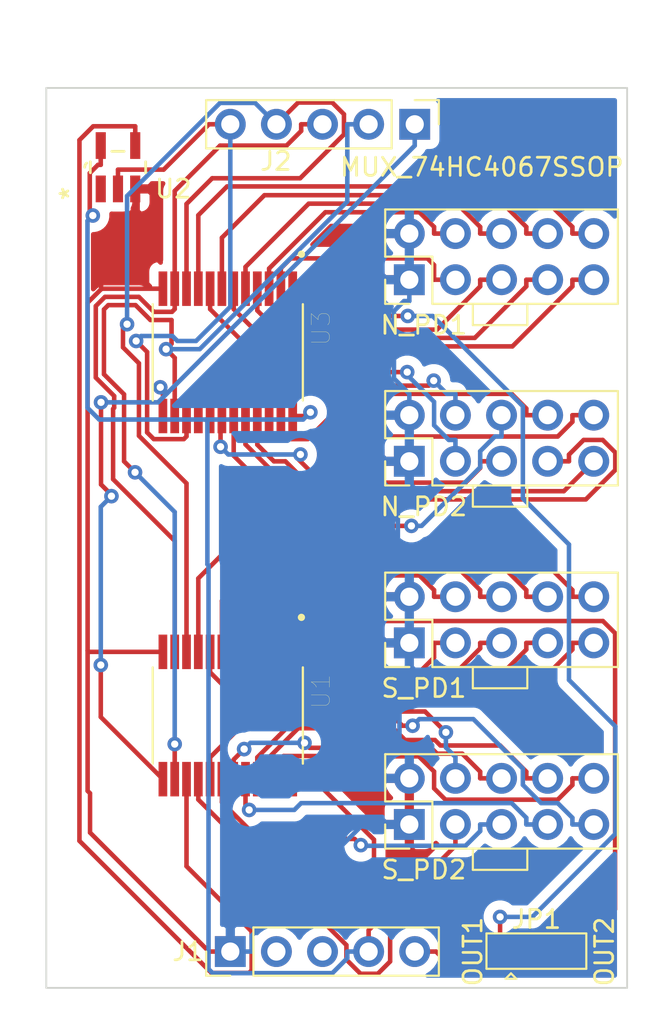
<source format=kicad_pcb>
(kicad_pcb (version 20171130) (host pcbnew "(5.1.6-0-10_14)")

  (general
    (thickness 1.6)
    (drawings 8)
    (tracks 467)
    (zones 0)
    (modules 10)
    (nets 44)
  )

  (page A4)
  (layers
    (0 F.Cu signal)
    (31 B.Cu signal)
    (32 B.Adhes user)
    (33 F.Adhes user)
    (34 B.Paste user)
    (35 F.Paste user)
    (36 B.SilkS user)
    (37 F.SilkS user)
    (38 B.Mask user)
    (39 F.Mask user)
    (40 Dwgs.User user)
    (41 Cmts.User user)
    (42 Eco1.User user)
    (43 Eco2.User user)
    (44 Edge.Cuts user)
    (45 Margin user)
    (46 B.CrtYd user)
    (47 F.CrtYd user)
    (48 B.Fab user)
    (49 F.Fab user hide)
  )

  (setup
    (last_trace_width 0.25)
    (trace_clearance 0.2)
    (zone_clearance 0.508)
    (zone_45_only no)
    (trace_min 0.2)
    (via_size 0.8)
    (via_drill 0.4)
    (via_min_size 0.4)
    (via_min_drill 0.3)
    (uvia_size 0.3)
    (uvia_drill 0.1)
    (uvias_allowed no)
    (uvia_min_size 0.2)
    (uvia_min_drill 0.1)
    (edge_width 0.1)
    (segment_width 0.2)
    (pcb_text_width 0.3)
    (pcb_text_size 1.5 1.5)
    (mod_edge_width 0.15)
    (mod_text_size 1 1)
    (mod_text_width 0.15)
    (pad_size 1.7 1.7)
    (pad_drill 1)
    (pad_to_mask_clearance 0)
    (aux_axis_origin 0 0)
    (visible_elements FFFFFF7F)
    (pcbplotparams
      (layerselection 0x010fc_ffffffff)
      (usegerberextensions true)
      (usegerberattributes true)
      (usegerberadvancedattributes true)
      (creategerberjobfile true)
      (excludeedgelayer true)
      (linewidth 0.100000)
      (plotframeref false)
      (viasonmask false)
      (mode 1)
      (useauxorigin false)
      (hpglpennumber 1)
      (hpglpenspeed 20)
      (hpglpendiameter 15.000000)
      (psnegative false)
      (psa4output false)
      (plotreference true)
      (plotvalue true)
      (plotinvisibletext false)
      (padsonsilk false)
      (subtractmaskfromsilk false)
      (outputformat 1)
      (mirror false)
      (drillshape 0)
      (scaleselection 1)
      (outputdirectory ""))
  )

  (net 0 "")
  (net 1 PD_MUX_OUT)
  (net 2 VCC_LOGIC)
  (net 3 GND)
  (net 4 ADDRESSA3)
  (net 5 ADDRESSA2)
  (net 6 ADDRESSA1)
  (net 7 ADDRESSA0)
  (net 8 MUX_SELECT)
  (net 9 /PD_MUX_OUT1)
  (net 10 /PD_MUX_OUT2)
  (net 11 N_PD1_OUT1)
  (net 12 N_PD1_OUT2)
  (net 13 N_PD1_OUT3)
  (net 14 N_PD1_OUT4)
  (net 15 N_PD1_OUT5)
  (net 16 N_PD1_OUT6)
  (net 17 N_PD1_OUT7)
  (net 18 N_PD1_OUT8)
  (net 19 N_PD1_OUT16)
  (net 20 N_PD1_OUT15)
  (net 21 N_PD1_OUT14)
  (net 22 N_PD1_OUT13)
  (net 23 N_PD1_OUT12)
  (net 24 N_PD1_OUT10)
  (net 25 N_PD1_OUT11)
  (net 26 N_PD1_OUT9)
  (net 27 S_PD1_OUT8)
  (net 28 S_PD1_OUT7)
  (net 29 S_PD1_OUT6)
  (net 30 S_PD1_OUT5)
  (net 31 S_PD1_OUT4)
  (net 32 S_PD1_OUT3)
  (net 33 S_PD1_OUT2)
  (net 34 S_PD1_OUT1)
  (net 35 S_PD1_OUT9)
  (net 36 S_PD1_OUT11)
  (net 37 S_PD1_OUT10)
  (net 38 S_PD1_OUT12)
  (net 39 S_PD1_OUT13)
  (net 40 S_PD1_OUT14)
  (net 41 S_PD1_OUT15)
  (net 42 S_PD1_OUT16)
  (net 43 /MUX_SELECT_INV)

  (net_class Default "This is the default net class."
    (clearance 0.2)
    (trace_width 0.25)
    (via_dia 0.8)
    (via_drill 0.4)
    (uvia_dia 0.3)
    (uvia_drill 0.1)
    (add_net /MUX_SELECT_INV)
    (add_net /PD_MUX_OUT1)
    (add_net /PD_MUX_OUT2)
    (add_net ADDRESSA0)
    (add_net ADDRESSA1)
    (add_net ADDRESSA2)
    (add_net ADDRESSA3)
    (add_net GND)
    (add_net MUX_SELECT)
    (add_net N_PD1_OUT1)
    (add_net N_PD1_OUT10)
    (add_net N_PD1_OUT11)
    (add_net N_PD1_OUT12)
    (add_net N_PD1_OUT13)
    (add_net N_PD1_OUT14)
    (add_net N_PD1_OUT15)
    (add_net N_PD1_OUT16)
    (add_net N_PD1_OUT2)
    (add_net N_PD1_OUT3)
    (add_net N_PD1_OUT4)
    (add_net N_PD1_OUT5)
    (add_net N_PD1_OUT6)
    (add_net N_PD1_OUT7)
    (add_net N_PD1_OUT8)
    (add_net N_PD1_OUT9)
    (add_net PD_MUX_OUT)
    (add_net S_PD1_OUT1)
    (add_net S_PD1_OUT10)
    (add_net S_PD1_OUT11)
    (add_net S_PD1_OUT12)
    (add_net S_PD1_OUT13)
    (add_net S_PD1_OUT14)
    (add_net S_PD1_OUT15)
    (add_net S_PD1_OUT16)
    (add_net S_PD1_OUT2)
    (add_net S_PD1_OUT3)
    (add_net S_PD1_OUT4)
    (add_net S_PD1_OUT5)
    (add_net S_PD1_OUT6)
    (add_net S_PD1_OUT7)
    (add_net S_PD1_OUT8)
    (add_net S_PD1_OUT9)
    (add_net VCC_LOGIC)
  )

  (module Pin_Headers:Pin_Header_Straight_1x05_Pitch2.54mm (layer F.Cu) (tedit 59650532) (tstamp 5F59BED9)
    (at 93.138 110 90)
    (descr "Through hole straight pin header, 1x05, 2.54mm pitch, single row")
    (tags "Through hole pin header THT 1x05 2.54mm single row")
    (path /5F5911C1)
    (fp_text reference J1 (at 0 -2.33 180) (layer F.SilkS)
      (effects (font (size 1 1) (thickness 0.15)))
    )
    (fp_text value Conn_01x05_Male (at 0 12.49 90) (layer F.Fab)
      (effects (font (size 1 1) (thickness 0.15)))
    )
    (fp_line (start -0.635 -1.27) (end 1.27 -1.27) (layer F.Fab) (width 0.1))
    (fp_line (start 1.27 -1.27) (end 1.27 11.43) (layer F.Fab) (width 0.1))
    (fp_line (start 1.27 11.43) (end -1.27 11.43) (layer F.Fab) (width 0.1))
    (fp_line (start -1.27 11.43) (end -1.27 -0.635) (layer F.Fab) (width 0.1))
    (fp_line (start -1.27 -0.635) (end -0.635 -1.27) (layer F.Fab) (width 0.1))
    (fp_line (start -1.33 11.49) (end 1.33 11.49) (layer F.SilkS) (width 0.12))
    (fp_line (start -1.33 1.27) (end -1.33 11.49) (layer F.SilkS) (width 0.12))
    (fp_line (start 1.33 1.27) (end 1.33 11.49) (layer F.SilkS) (width 0.12))
    (fp_line (start -1.33 1.27) (end 1.33 1.27) (layer F.SilkS) (width 0.12))
    (fp_line (start -1.33 0) (end -1.33 -1.33) (layer F.SilkS) (width 0.12))
    (fp_line (start -1.33 -1.33) (end 0 -1.33) (layer F.SilkS) (width 0.12))
    (fp_line (start -1.8 -1.8) (end -1.8 11.95) (layer F.CrtYd) (width 0.05))
    (fp_line (start -1.8 11.95) (end 1.8 11.95) (layer F.CrtYd) (width 0.05))
    (fp_line (start 1.8 11.95) (end 1.8 -1.8) (layer F.CrtYd) (width 0.05))
    (fp_line (start 1.8 -1.8) (end -1.8 -1.8) (layer F.CrtYd) (width 0.05))
    (fp_text user %R (at 0 5.08) (layer F.Fab)
      (effects (font (size 1 1) (thickness 0.15)))
    )
    (pad 5 thru_hole oval (at 0 10.16 90) (size 1.7 1.7) (drill 1) (layers *.Cu *.Mask)
      (net 1 PD_MUX_OUT))
    (pad 4 thru_hole oval (at 0 7.62 90) (size 1.7 1.7) (drill 1) (layers *.Cu *.Mask)
      (net 2 VCC_LOGIC))
    (pad 3 thru_hole oval (at 0 5.08 90) (size 1.7 1.7) (drill 1) (layers *.Cu *.Mask))
    (pad 2 thru_hole oval (at 0 2.54 90) (size 1.7 1.7) (drill 1) (layers *.Cu *.Mask))
    (pad 1 thru_hole rect (at 0 0 90) (size 1.7 1.7) (drill 1) (layers *.Cu *.Mask)
      (net 3 GND))
    (model ${KISYS3DMOD}/Pin_Headers.3dshapes/Pin_Header_Straight_1x05_Pitch2.54mm.wrl
      (at (xyz 0 0 0))
      (scale (xyz 1 1 1))
      (rotate (xyz 0 0 0))
    )
  )

  (module Pin_Headers:Pin_Header_Straight_1x05_Pitch2.54mm (layer F.Cu) (tedit 59650532) (tstamp 5F59BEF2)
    (at 103.298 64.44 270)
    (descr "Through hole straight pin header, 1x05, 2.54mm pitch, single row")
    (tags "Through hole pin header THT 1x05 2.54mm single row")
    (path /5F591C37)
    (fp_text reference J2 (at 2.035 7.648 180) (layer F.SilkS)
      (effects (font (size 1 1) (thickness 0.15)))
    )
    (fp_text value Conn_01x05_Male (at 0 12.49 90) (layer F.Fab)
      (effects (font (size 1 1) (thickness 0.15)))
    )
    (fp_line (start 1.8 -1.8) (end -1.8 -1.8) (layer F.CrtYd) (width 0.05))
    (fp_line (start 1.8 11.95) (end 1.8 -1.8) (layer F.CrtYd) (width 0.05))
    (fp_line (start -1.8 11.95) (end 1.8 11.95) (layer F.CrtYd) (width 0.05))
    (fp_line (start -1.8 -1.8) (end -1.8 11.95) (layer F.CrtYd) (width 0.05))
    (fp_line (start -1.33 -1.33) (end 0 -1.33) (layer F.SilkS) (width 0.12))
    (fp_line (start -1.33 0) (end -1.33 -1.33) (layer F.SilkS) (width 0.12))
    (fp_line (start -1.33 1.27) (end 1.33 1.27) (layer F.SilkS) (width 0.12))
    (fp_line (start 1.33 1.27) (end 1.33 11.49) (layer F.SilkS) (width 0.12))
    (fp_line (start -1.33 1.27) (end -1.33 11.49) (layer F.SilkS) (width 0.12))
    (fp_line (start -1.33 11.49) (end 1.33 11.49) (layer F.SilkS) (width 0.12))
    (fp_line (start -1.27 -0.635) (end -0.635 -1.27) (layer F.Fab) (width 0.1))
    (fp_line (start -1.27 11.43) (end -1.27 -0.635) (layer F.Fab) (width 0.1))
    (fp_line (start 1.27 11.43) (end -1.27 11.43) (layer F.Fab) (width 0.1))
    (fp_line (start 1.27 -1.27) (end 1.27 11.43) (layer F.Fab) (width 0.1))
    (fp_line (start -0.635 -1.27) (end 1.27 -1.27) (layer F.Fab) (width 0.1))
    (fp_text user %R (at 0 5.08) (layer F.Fab)
      (effects (font (size 1 1) (thickness 0.15)))
    )
    (pad 1 thru_hole rect (at 0 0 270) (size 1.7 1.7) (drill 1) (layers *.Cu *.Mask)
      (net 4 ADDRESSA3))
    (pad 2 thru_hole oval (at 0 2.54 270) (size 1.7 1.7) (drill 1) (layers *.Cu *.Mask)
      (net 5 ADDRESSA2))
    (pad 3 thru_hole oval (at 0 5.08 270) (size 1.7 1.7) (drill 1) (layers *.Cu *.Mask)
      (net 6 ADDRESSA1))
    (pad 4 thru_hole oval (at 0 7.62 270) (size 1.7 1.7) (drill 1) (layers *.Cu *.Mask)
      (net 7 ADDRESSA0))
    (pad 5 thru_hole oval (at 0 10.16 270) (size 1.7 1.7) (drill 1) (layers *.Cu *.Mask)
      (net 8 MUX_SELECT))
    (model ${KISYS3DMOD}/Pin_Headers.3dshapes/Pin_Header_Straight_1x05_Pitch2.54mm.wrl
      (at (xyz 0 0 0))
      (scale (xyz 1 1 1))
      (rotate (xyz 0 0 0))
    )
  )

  (module Jumper:SolderJumper-3_P2.0mm_Open_TrianglePad1.0x1.5mm (layer F.Cu) (tedit 5A64803D) (tstamp 5F59BF06)
    (at 110 110)
    (descr "SMD Solder Jumper, 1x1.5mm Triangular Pads, 0.3mm gap, open")
    (tags "solder jumper open")
    (path /5F84900F)
    (attr virtual)
    (fp_text reference JP1 (at 0 -1.775) (layer F.SilkS)
      (effects (font (size 1 1) (thickness 0.15)))
    )
    (fp_text value Jumper_3_Open (at 0.725 1.925) (layer F.Fab)
      (effects (font (size 1 1) (thickness 0.15)))
    )
    (fp_line (start 3 1.25) (end -2.98 1.25) (layer F.CrtYd) (width 0.05))
    (fp_line (start 3 1.25) (end 3 -1.27) (layer F.CrtYd) (width 0.05))
    (fp_line (start -2.98 -1.27) (end -2.98 1.25) (layer F.CrtYd) (width 0.05))
    (fp_line (start -2.98 -1.27) (end 3 -1.27) (layer F.CrtYd) (width 0.05))
    (fp_line (start -2.75 -1) (end 2.75 -1) (layer F.SilkS) (width 0.12))
    (fp_line (start 2.75 -1) (end 2.75 0.95) (layer F.SilkS) (width 0.12))
    (fp_line (start 2.75 0.95) (end -2.75 0.95) (layer F.SilkS) (width 0.12))
    (fp_line (start -2.75 0.95) (end -2.75 -1) (layer F.SilkS) (width 0.12))
    (fp_line (start -1.4 1.2) (end -1.7 1.5) (layer F.SilkS) (width 0.12))
    (fp_line (start -1.7 1.5) (end -1.1 1.5) (layer F.SilkS) (width 0.12))
    (fp_line (start -1.1 1.5) (end -1.4 1.2) (layer F.SilkS) (width 0.12))
    (pad "" smd rect (at 1.2 0) (size 1.5 1.5) (layers F.Mask))
    (pad "" smd rect (at -1.2 0) (size 1.5 1.5) (layers F.Mask))
    (pad 1 smd custom (at -2 0) (size 0.3 0.3) (layers F.Cu F.Mask)
      (net 9 /PD_MUX_OUT1) (zone_connect 2)
      (options (clearance outline) (anchor rect))
      (primitives
        (gr_poly (pts
           (xy -0.5 -0.75) (xy 0.5 -0.75) (xy 1 0) (xy 0.5 0.75) (xy -0.5 0.75)
) (width 0))
      ))
    (pad 2 smd custom (at 0 0) (size 0.3 0.3) (layers F.Cu)
      (net 1 PD_MUX_OUT) (zone_connect 2)
      (options (clearance outline) (anchor rect))
      (primitives
        (gr_poly (pts
           (xy -1.2 -0.75) (xy 1.2 -0.75) (xy 0.7 0) (xy 1.2 0.75) (xy -1.2 0.75)
           (xy -0.7 0)) (width 0))
      ))
    (pad 3 smd custom (at 2 0 180) (size 0.3 0.3) (layers F.Cu F.Mask)
      (net 10 /PD_MUX_OUT2) (zone_connect 2)
      (options (clearance outline) (anchor rect))
      (primitives
        (gr_poly (pts
           (xy -0.5 -0.75) (xy 0.5 -0.75) (xy 1 0) (xy 0.5 0.75) (xy -0.5 0.75)
) (width 0))
      ))
  )

  (module Ninja-qPCR:Con_2x05 (layer F.Cu) (tedit 5F583882) (tstamp 5F59BF29)
    (at 103 73 90)
    (descr "Through hole straight pin header, 2x05, 2.54mm pitch, double rows")
    (tags "Through hole pin header THT 2x05 2.54mm double row")
    (path /5F45F341)
    (fp_text reference N_PD1 (at -2.5 0.8 180) (layer F.SilkS)
      (effects (font (size 1 1) (thickness 0.15)))
    )
    (fp_text value Conn_02x05 (at 1.27 12.49 90) (layer F.Fab)
      (effects (font (size 1 1) (thickness 0.15)))
    )
    (fp_line (start -2.5 6.5) (end -1.33 6.5) (layer F.SilkS) (width 0.12))
    (fp_line (start -2.5 3.5) (end -2.5 6.5) (layer F.SilkS) (width 0.12))
    (fp_line (start -1.33 3.5) (end -2.5 3.5) (layer F.SilkS) (width 0.12))
    (fp_line (start 0 -1.27) (end 3.81 -1.27) (layer F.Fab) (width 0.1))
    (fp_line (start 3.81 -1.27) (end 3.81 11.43) (layer F.Fab) (width 0.1))
    (fp_line (start 3.81 11.43) (end -1.27 11.43) (layer F.Fab) (width 0.1))
    (fp_line (start -1.27 11.43) (end -1.27 0) (layer F.Fab) (width 0.1))
    (fp_line (start -1.27 0) (end 0 -1.27) (layer F.Fab) (width 0.1))
    (fp_line (start -1.33 11.49) (end 3.87 11.49) (layer F.SilkS) (width 0.12))
    (fp_line (start -1.33 1.27) (end -1.33 11.49) (layer F.SilkS) (width 0.12))
    (fp_line (start 3.87 -1.33) (end 3.87 11.49) (layer F.SilkS) (width 0.12))
    (fp_line (start -1.33 1.27) (end 1.27 1.27) (layer F.SilkS) (width 0.12))
    (fp_line (start 1.27 1.27) (end 1.27 -1.33) (layer F.SilkS) (width 0.12))
    (fp_line (start 1.27 -1.33) (end 3.87 -1.33) (layer F.SilkS) (width 0.12))
    (fp_line (start -1.33 0) (end -1.33 -1.33) (layer F.SilkS) (width 0.12))
    (fp_line (start -1.33 -1.33) (end 0 -1.33) (layer F.SilkS) (width 0.12))
    (fp_line (start -1.8 -1.8) (end -1.8 11.95) (layer F.CrtYd) (width 0.05))
    (fp_line (start -1.8 11.95) (end 4.35 11.95) (layer F.CrtYd) (width 0.05))
    (fp_line (start 4.35 11.95) (end 4.35 -1.8) (layer F.CrtYd) (width 0.05))
    (fp_line (start 4.35 -1.8) (end -1.8 -1.8) (layer F.CrtYd) (width 0.05))
    (fp_text user %R (at 1.27 5.08) (layer F.Fab)
      (effects (font (size 1 1) (thickness 0.15)))
    )
    (pad 10 thru_hole oval (at 2.54 10.16 90) (size 1.7 1.7) (drill 1) (layers *.Cu *.Mask)
      (net 11 N_PD1_OUT1))
    (pad 9 thru_hole oval (at 0 10.16 90) (size 1.7 1.7) (drill 1) (layers *.Cu *.Mask)
      (net 12 N_PD1_OUT2))
    (pad 8 thru_hole oval (at 2.54 7.62 90) (size 1.7 1.7) (drill 1) (layers *.Cu *.Mask)
      (net 13 N_PD1_OUT3))
    (pad 7 thru_hole oval (at 0 7.62 90) (size 1.7 1.7) (drill 1) (layers *.Cu *.Mask)
      (net 14 N_PD1_OUT4))
    (pad 6 thru_hole oval (at 2.54 5.08 90) (size 1.7 1.7) (drill 1) (layers *.Cu *.Mask)
      (net 15 N_PD1_OUT5))
    (pad 5 thru_hole oval (at 0 5.08 90) (size 1.7 1.7) (drill 1) (layers *.Cu *.Mask)
      (net 16 N_PD1_OUT6))
    (pad 4 thru_hole oval (at 2.54 2.54 90) (size 1.7 1.7) (drill 1) (layers *.Cu *.Mask)
      (net 17 N_PD1_OUT7))
    (pad 3 thru_hole oval (at 0 2.54 90) (size 1.7 1.7) (drill 1) (layers *.Cu *.Mask)
      (net 18 N_PD1_OUT8))
    (pad 2 thru_hole oval (at 2.54 0 90) (size 1.7 1.7) (drill 1) (layers *.Cu *.Mask)
      (net 3 GND))
    (pad 1 thru_hole rect (at 0 0 90) (size 1.7 1.7) (drill 1) (layers *.Cu *.Mask)
      (net 3 GND))
    (model ${KISYS3DMOD}/Pin_Headers.3dshapes/Pin_Header_Straight_2x05_Pitch2.54mm.wrl
      (at (xyz 0 0 0))
      (scale (xyz 1 1 1))
      (rotate (xyz 0 0 0))
    )
  )

  (module Ninja-qPCR:Con_2x05 (layer F.Cu) (tedit 5F583882) (tstamp 5F59BF4C)
    (at 103 83 90)
    (descr "Through hole straight pin header, 2x05, 2.54mm pitch, double rows")
    (tags "Through hole pin header THT 2x05 2.54mm double row")
    (path /5F46510A)
    (fp_text reference N_PD2 (at -2.5 0.8 180) (layer F.SilkS)
      (effects (font (size 1 1) (thickness 0.15)))
    )
    (fp_text value Conn_02x05 (at 1.27 12.49 90) (layer F.Fab)
      (effects (font (size 1 1) (thickness 0.15)))
    )
    (fp_line (start 4.35 -1.8) (end -1.8 -1.8) (layer F.CrtYd) (width 0.05))
    (fp_line (start 4.35 11.95) (end 4.35 -1.8) (layer F.CrtYd) (width 0.05))
    (fp_line (start -1.8 11.95) (end 4.35 11.95) (layer F.CrtYd) (width 0.05))
    (fp_line (start -1.8 -1.8) (end -1.8 11.95) (layer F.CrtYd) (width 0.05))
    (fp_line (start -1.33 -1.33) (end 0 -1.33) (layer F.SilkS) (width 0.12))
    (fp_line (start -1.33 0) (end -1.33 -1.33) (layer F.SilkS) (width 0.12))
    (fp_line (start 1.27 -1.33) (end 3.87 -1.33) (layer F.SilkS) (width 0.12))
    (fp_line (start 1.27 1.27) (end 1.27 -1.33) (layer F.SilkS) (width 0.12))
    (fp_line (start -1.33 1.27) (end 1.27 1.27) (layer F.SilkS) (width 0.12))
    (fp_line (start 3.87 -1.33) (end 3.87 11.49) (layer F.SilkS) (width 0.12))
    (fp_line (start -1.33 1.27) (end -1.33 11.49) (layer F.SilkS) (width 0.12))
    (fp_line (start -1.33 11.49) (end 3.87 11.49) (layer F.SilkS) (width 0.12))
    (fp_line (start -1.27 0) (end 0 -1.27) (layer F.Fab) (width 0.1))
    (fp_line (start -1.27 11.43) (end -1.27 0) (layer F.Fab) (width 0.1))
    (fp_line (start 3.81 11.43) (end -1.27 11.43) (layer F.Fab) (width 0.1))
    (fp_line (start 3.81 -1.27) (end 3.81 11.43) (layer F.Fab) (width 0.1))
    (fp_line (start 0 -1.27) (end 3.81 -1.27) (layer F.Fab) (width 0.1))
    (fp_line (start -1.33 3.5) (end -2.5 3.5) (layer F.SilkS) (width 0.12))
    (fp_line (start -2.5 3.5) (end -2.5 6.5) (layer F.SilkS) (width 0.12))
    (fp_line (start -2.5 6.5) (end -1.33 6.5) (layer F.SilkS) (width 0.12))
    (fp_text user %R (at 1.27 5.08) (layer F.Fab)
      (effects (font (size 1 1) (thickness 0.15)))
    )
    (pad 1 thru_hole rect (at 0 0 90) (size 1.7 1.7) (drill 1) (layers *.Cu *.Mask)
      (net 3 GND))
    (pad 2 thru_hole oval (at 2.54 0 90) (size 1.7 1.7) (drill 1) (layers *.Cu *.Mask)
      (net 3 GND))
    (pad 3 thru_hole oval (at 0 2.54 90) (size 1.7 1.7) (drill 1) (layers *.Cu *.Mask)
      (net 19 N_PD1_OUT16))
    (pad 4 thru_hole oval (at 2.54 2.54 90) (size 1.7 1.7) (drill 1) (layers *.Cu *.Mask)
      (net 20 N_PD1_OUT15))
    (pad 5 thru_hole oval (at 0 5.08 90) (size 1.7 1.7) (drill 1) (layers *.Cu *.Mask)
      (net 21 N_PD1_OUT14))
    (pad 6 thru_hole oval (at 2.54 5.08 90) (size 1.7 1.7) (drill 1) (layers *.Cu *.Mask)
      (net 22 N_PD1_OUT13))
    (pad 7 thru_hole oval (at 0 7.62 90) (size 1.7 1.7) (drill 1) (layers *.Cu *.Mask)
      (net 23 N_PD1_OUT12))
    (pad 8 thru_hole oval (at 2.54 7.62 90) (size 1.7 1.7) (drill 1) (layers *.Cu *.Mask)
      (net 24 N_PD1_OUT10))
    (pad 9 thru_hole oval (at 0 10.16 90) (size 1.7 1.7) (drill 1) (layers *.Cu *.Mask)
      (net 25 N_PD1_OUT11))
    (pad 10 thru_hole oval (at 2.54 10.16 90) (size 1.7 1.7) (drill 1) (layers *.Cu *.Mask)
      (net 26 N_PD1_OUT9))
    (model ${KISYS3DMOD}/Pin_Headers.3dshapes/Pin_Header_Straight_2x05_Pitch2.54mm.wrl
      (at (xyz 0 0 0))
      (scale (xyz 1 1 1))
      (rotate (xyz 0 0 0))
    )
  )

  (module Ninja-qPCR:Con_2x05 (layer F.Cu) (tedit 5F583882) (tstamp 5F59BF6F)
    (at 103 93 90)
    (descr "Through hole straight pin header, 2x05, 2.54mm pitch, double rows")
    (tags "Through hole pin header THT 2x05 2.54mm double row")
    (path /5F4685F1)
    (fp_text reference S_PD1 (at -2.5 0.8 180) (layer F.SilkS)
      (effects (font (size 1 1) (thickness 0.15)))
    )
    (fp_text value Conn_02x05 (at 1.27 12.49 90) (layer F.Fab)
      (effects (font (size 1 1) (thickness 0.15)))
    )
    (fp_line (start 4.35 -1.8) (end -1.8 -1.8) (layer F.CrtYd) (width 0.05))
    (fp_line (start 4.35 11.95) (end 4.35 -1.8) (layer F.CrtYd) (width 0.05))
    (fp_line (start -1.8 11.95) (end 4.35 11.95) (layer F.CrtYd) (width 0.05))
    (fp_line (start -1.8 -1.8) (end -1.8 11.95) (layer F.CrtYd) (width 0.05))
    (fp_line (start -1.33 -1.33) (end 0 -1.33) (layer F.SilkS) (width 0.12))
    (fp_line (start -1.33 0) (end -1.33 -1.33) (layer F.SilkS) (width 0.12))
    (fp_line (start 1.27 -1.33) (end 3.87 -1.33) (layer F.SilkS) (width 0.12))
    (fp_line (start 1.27 1.27) (end 1.27 -1.33) (layer F.SilkS) (width 0.12))
    (fp_line (start -1.33 1.27) (end 1.27 1.27) (layer F.SilkS) (width 0.12))
    (fp_line (start 3.87 -1.33) (end 3.87 11.49) (layer F.SilkS) (width 0.12))
    (fp_line (start -1.33 1.27) (end -1.33 11.49) (layer F.SilkS) (width 0.12))
    (fp_line (start -1.33 11.49) (end 3.87 11.49) (layer F.SilkS) (width 0.12))
    (fp_line (start -1.27 0) (end 0 -1.27) (layer F.Fab) (width 0.1))
    (fp_line (start -1.27 11.43) (end -1.27 0) (layer F.Fab) (width 0.1))
    (fp_line (start 3.81 11.43) (end -1.27 11.43) (layer F.Fab) (width 0.1))
    (fp_line (start 3.81 -1.27) (end 3.81 11.43) (layer F.Fab) (width 0.1))
    (fp_line (start 0 -1.27) (end 3.81 -1.27) (layer F.Fab) (width 0.1))
    (fp_line (start -1.33 3.5) (end -2.5 3.5) (layer F.SilkS) (width 0.12))
    (fp_line (start -2.5 3.5) (end -2.5 6.5) (layer F.SilkS) (width 0.12))
    (fp_line (start -2.5 6.5) (end -1.33 6.5) (layer F.SilkS) (width 0.12))
    (fp_text user %R (at 1.27 5.08) (layer F.Fab)
      (effects (font (size 1 1) (thickness 0.15)))
    )
    (pad 1 thru_hole rect (at 0 0 90) (size 1.7 1.7) (drill 1) (layers *.Cu *.Mask)
      (net 3 GND))
    (pad 2 thru_hole oval (at 2.54 0 90) (size 1.7 1.7) (drill 1) (layers *.Cu *.Mask)
      (net 3 GND))
    (pad 3 thru_hole oval (at 0 2.54 90) (size 1.7 1.7) (drill 1) (layers *.Cu *.Mask)
      (net 27 S_PD1_OUT8))
    (pad 4 thru_hole oval (at 2.54 2.54 90) (size 1.7 1.7) (drill 1) (layers *.Cu *.Mask)
      (net 28 S_PD1_OUT7))
    (pad 5 thru_hole oval (at 0 5.08 90) (size 1.7 1.7) (drill 1) (layers *.Cu *.Mask)
      (net 29 S_PD1_OUT6))
    (pad 6 thru_hole oval (at 2.54 5.08 90) (size 1.7 1.7) (drill 1) (layers *.Cu *.Mask)
      (net 30 S_PD1_OUT5))
    (pad 7 thru_hole oval (at 0 7.62 90) (size 1.7 1.7) (drill 1) (layers *.Cu *.Mask)
      (net 31 S_PD1_OUT4))
    (pad 8 thru_hole oval (at 2.54 7.62 90) (size 1.7 1.7) (drill 1) (layers *.Cu *.Mask)
      (net 32 S_PD1_OUT3))
    (pad 9 thru_hole oval (at 0 10.16 90) (size 1.7 1.7) (drill 1) (layers *.Cu *.Mask)
      (net 33 S_PD1_OUT2))
    (pad 10 thru_hole oval (at 2.54 10.16 90) (size 1.7 1.7) (drill 1) (layers *.Cu *.Mask)
      (net 34 S_PD1_OUT1))
    (model ${KISYS3DMOD}/Pin_Headers.3dshapes/Pin_Header_Straight_2x05_Pitch2.54mm.wrl
      (at (xyz 0 0 0))
      (scale (xyz 1 1 1))
      (rotate (xyz 0 0 0))
    )
  )

  (module Ninja-qPCR:Con_2x05 (layer F.Cu) (tedit 5F583882) (tstamp 5F59BF92)
    (at 103 103 90)
    (descr "Through hole straight pin header, 2x05, 2.54mm pitch, double rows")
    (tags "Through hole pin header THT 2x05 2.54mm double row")
    (path /5F46860B)
    (fp_text reference S_PD2 (at -2.5 0.8 180) (layer F.SilkS)
      (effects (font (size 1 1) (thickness 0.15)))
    )
    (fp_text value Conn_02x05 (at 1.27 12.49 90) (layer F.Fab)
      (effects (font (size 1 1) (thickness 0.15)))
    )
    (fp_line (start -2.5 6.5) (end -1.33 6.5) (layer F.SilkS) (width 0.12))
    (fp_line (start -2.5 3.5) (end -2.5 6.5) (layer F.SilkS) (width 0.12))
    (fp_line (start -1.33 3.5) (end -2.5 3.5) (layer F.SilkS) (width 0.12))
    (fp_line (start 0 -1.27) (end 3.81 -1.27) (layer F.Fab) (width 0.1))
    (fp_line (start 3.81 -1.27) (end 3.81 11.43) (layer F.Fab) (width 0.1))
    (fp_line (start 3.81 11.43) (end -1.27 11.43) (layer F.Fab) (width 0.1))
    (fp_line (start -1.27 11.43) (end -1.27 0) (layer F.Fab) (width 0.1))
    (fp_line (start -1.27 0) (end 0 -1.27) (layer F.Fab) (width 0.1))
    (fp_line (start -1.33 11.49) (end 3.87 11.49) (layer F.SilkS) (width 0.12))
    (fp_line (start -1.33 1.27) (end -1.33 11.49) (layer F.SilkS) (width 0.12))
    (fp_line (start 3.87 -1.33) (end 3.87 11.49) (layer F.SilkS) (width 0.12))
    (fp_line (start -1.33 1.27) (end 1.27 1.27) (layer F.SilkS) (width 0.12))
    (fp_line (start 1.27 1.27) (end 1.27 -1.33) (layer F.SilkS) (width 0.12))
    (fp_line (start 1.27 -1.33) (end 3.87 -1.33) (layer F.SilkS) (width 0.12))
    (fp_line (start -1.33 0) (end -1.33 -1.33) (layer F.SilkS) (width 0.12))
    (fp_line (start -1.33 -1.33) (end 0 -1.33) (layer F.SilkS) (width 0.12))
    (fp_line (start -1.8 -1.8) (end -1.8 11.95) (layer F.CrtYd) (width 0.05))
    (fp_line (start -1.8 11.95) (end 4.35 11.95) (layer F.CrtYd) (width 0.05))
    (fp_line (start 4.35 11.95) (end 4.35 -1.8) (layer F.CrtYd) (width 0.05))
    (fp_line (start 4.35 -1.8) (end -1.8 -1.8) (layer F.CrtYd) (width 0.05))
    (fp_text user %R (at 1.27 5.08) (layer F.Fab)
      (effects (font (size 1 1) (thickness 0.15)))
    )
    (pad 10 thru_hole oval (at 2.54 10.16 90) (size 1.7 1.7) (drill 1) (layers *.Cu *.Mask)
      (net 35 S_PD1_OUT9))
    (pad 9 thru_hole oval (at 0 10.16 90) (size 1.7 1.7) (drill 1) (layers *.Cu *.Mask)
      (net 36 S_PD1_OUT11))
    (pad 8 thru_hole oval (at 2.54 7.62 90) (size 1.7 1.7) (drill 1) (layers *.Cu *.Mask)
      (net 37 S_PD1_OUT10))
    (pad 7 thru_hole oval (at 0 7.62 90) (size 1.7 1.7) (drill 1) (layers *.Cu *.Mask)
      (net 38 S_PD1_OUT12))
    (pad 6 thru_hole oval (at 2.54 5.08 90) (size 1.7 1.7) (drill 1) (layers *.Cu *.Mask)
      (net 39 S_PD1_OUT13))
    (pad 5 thru_hole oval (at 0 5.08 90) (size 1.7 1.7) (drill 1) (layers *.Cu *.Mask)
      (net 40 S_PD1_OUT14))
    (pad 4 thru_hole oval (at 2.54 2.54 90) (size 1.7 1.7) (drill 1) (layers *.Cu *.Mask)
      (net 41 S_PD1_OUT15))
    (pad 3 thru_hole oval (at 0 2.54 90) (size 1.7 1.7) (drill 1) (layers *.Cu *.Mask)
      (net 42 S_PD1_OUT16))
    (pad 2 thru_hole oval (at 2.54 0 90) (size 1.7 1.7) (drill 1) (layers *.Cu *.Mask)
      (net 3 GND))
    (pad 1 thru_hole rect (at 0 0 90) (size 1.7 1.7) (drill 1) (layers *.Cu *.Mask)
      (net 3 GND))
    (model ${KISYS3DMOD}/Pin_Headers.3dshapes/Pin_Header_Straight_2x05_Pitch2.54mm.wrl
      (at (xyz 0 0 0))
      (scale (xyz 1 1 1))
      (rotate (xyz 0 0 0))
    )
  )

  (module Ninja-qPCR:SN74LVC1G04DBVR (layer F.Cu) (tedit 0) (tstamp 5F59C065)
    (at 86.95 66.8062 90)
    (path /5F8EA2D3)
    (fp_text reference U2 (at -1.1938 3.05 180) (layer F.SilkS)
      (effects (font (size 1 1) (thickness 0.15)))
    )
    (fp_text value SN74LVC1G04DBVR (at 0 0 90) (layer F.SilkS) hide
      (effects (font (size 1 1) (thickness 0.15)))
    )
    (fp_line (start 2.1844 1.778) (end -2.1844 1.778) (layer F.CrtYd) (width 0.1524))
    (fp_line (start 2.1844 -1.778) (end 2.1844 1.778) (layer F.CrtYd) (width 0.1524))
    (fp_line (start -2.1844 -1.778) (end 2.1844 -1.778) (layer F.CrtYd) (width 0.1524))
    (fp_line (start -2.1844 1.778) (end -2.1844 -1.778) (layer F.CrtYd) (width 0.1524))
    (fp_line (start 1.4986 -1.204) (end 0.8763 -1.204) (layer F.Fab) (width 0.1524))
    (fp_line (start 1.4986 -0.696) (end 1.4986 -1.204) (layer F.Fab) (width 0.1524))
    (fp_line (start 0.8763 -0.696) (end 1.4986 -0.696) (layer F.Fab) (width 0.1524))
    (fp_line (start 0.8763 -1.204) (end 0.8763 -0.696) (layer F.Fab) (width 0.1524))
    (fp_line (start 1.4986 0.696) (end 0.8763 0.696) (layer F.Fab) (width 0.1524))
    (fp_line (start 1.4986 1.204) (end 1.4986 0.696) (layer F.Fab) (width 0.1524))
    (fp_line (start 0.8763 1.204) (end 1.4986 1.204) (layer F.Fab) (width 0.1524))
    (fp_line (start 0.8763 0.696) (end 0.8763 1.204) (layer F.Fab) (width 0.1524))
    (fp_line (start -1.4986 1.204) (end -0.8763 1.204) (layer F.Fab) (width 0.1524))
    (fp_line (start -1.4986 0.696) (end -1.4986 1.204) (layer F.Fab) (width 0.1524))
    (fp_line (start -0.8763 0.696) (end -1.4986 0.696) (layer F.Fab) (width 0.1524))
    (fp_line (start -0.8763 1.204) (end -0.8763 0.696) (layer F.Fab) (width 0.1524))
    (fp_line (start -1.4986 0.254) (end -0.8763 0.254) (layer F.Fab) (width 0.1524))
    (fp_line (start -1.4986 -0.254) (end -1.4986 0.254) (layer F.Fab) (width 0.1524))
    (fp_line (start -0.8763 -0.254) (end -1.4986 -0.254) (layer F.Fab) (width 0.1524))
    (fp_line (start -0.8763 0.254) (end -0.8763 -0.254) (layer F.Fab) (width 0.1524))
    (fp_line (start -1.4986 -0.696) (end -0.8763 -0.696) (layer F.Fab) (width 0.1524))
    (fp_line (start -1.4986 -1.204) (end -1.4986 -0.696) (layer F.Fab) (width 0.1524))
    (fp_line (start -0.8763 -1.204) (end -1.4986 -1.204) (layer F.Fab) (width 0.1524))
    (fp_line (start -0.8763 -0.696) (end -0.8763 -1.204) (layer F.Fab) (width 0.1524))
    (fp_line (start -0.8763 -1.524) (end -0.8763 1.524) (layer F.Fab) (width 0.1524))
    (fp_line (start 0.8763 -1.524) (end -0.8763 -1.524) (layer F.Fab) (width 0.1524))
    (fp_line (start 0.8763 1.524) (end 0.8763 -1.524) (layer F.Fab) (width 0.1524))
    (fp_line (start -0.8763 1.524) (end 0.8763 1.524) (layer F.Fab) (width 0.1524))
    (fp_line (start 0.302516 -1.524) (end -0.302516 -1.524) (layer F.SilkS) (width 0.1524))
    (fp_line (start 0.8763 0.337861) (end 0.8763 -0.337861) (layer F.SilkS) (width 0.1524))
    (fp_line (start -0.302516 1.524) (end 0.302516 1.524) (layer F.SilkS) (width 0.1524))
    (fp_arc (start 0 -1.524) (end 0.3048 -1.524) (angle 180) (layer F.Fab) (width 0.1524))
    (fp_arc (start 0 -1.524) (end 0 -1.8288) (angle 48.370041) (layer F.SilkS) (width 0.1524))
    (fp_text user * (at -1.4478 -2.6518 90) (layer F.SilkS)
      (effects (font (size 1 1) (thickness 0.15)))
    )
    (fp_text user * (at -1.4478 -2.6518 90) (layer F.Fab)
      (effects (font (size 1 1) (thickness 0.15)))
    )
    (fp_text user * (at -1.4478 -2.6518 90) (layer F.Fab)
      (effects (font (size 1 1) (thickness 0.15)))
    )
    (fp_text user * (at -1.4478 -2.6518 90) (layer F.SilkS)
      (effects (font (size 1 1) (thickness 0.15)))
    )
    (fp_text user "Copyright 2016 Accelerated Designs. All rights reserved." (at 0 0 90) (layer Cmts.User)
      (effects (font (size 0.127 0.127) (thickness 0.002)))
    )
    (pad 5 smd rect (at 1.1938 -0.950001 90) (size 1.4732 0.5588) (layers F.Cu F.Paste F.Mask)
      (net 2 VCC_LOGIC))
    (pad 4 smd rect (at 1.1938 0.950001 90) (size 1.4732 0.5588) (layers F.Cu F.Paste F.Mask)
      (net 43 /MUX_SELECT_INV))
    (pad 3 smd rect (at -1.1938 0.950001 90) (size 1.4732 0.5588) (layers F.Cu F.Paste F.Mask)
      (net 3 GND))
    (pad 2 smd rect (at -1.1938 0 90) (size 1.4732 0.5588) (layers F.Cu F.Paste F.Mask)
      (net 8 MUX_SELECT))
    (pad 1 smd rect (at -1.1938 -0.950001 90) (size 1.4732 0.5588) (layers F.Cu F.Paste F.Mask))
  )

  (module Ninja-qPCR:SOP65P780X200-24N (layer F.Cu) (tedit 603CF824) (tstamp 603CFC81)
    (at 93 97 270)
    (path /5F5A16BB)
    (fp_text reference U1 (at -1.325 -5.135 90) (layer F.SilkS)
      (effects (font (size 1 1) (thickness 0.015)))
    )
    (fp_text value CD74HC4067M96 (at 6.295 5.135 90) (layer F.Fab)
      (effects (font (size 1 1) (thickness 0.015)))
    )
    (fp_circle (center -5.405 -4.055) (end -5.305 -4.055) (layer F.SilkS) (width 0.2))
    (fp_circle (center -5.405 -4.055) (end -5.305 -4.055) (layer F.Fab) (width 0.2))
    (fp_line (start -2.65 -4.1) (end 2.65 -4.1) (layer F.Fab) (width 0.127))
    (fp_line (start -2.65 4.1) (end 2.65 4.1) (layer F.Fab) (width 0.127))
    (fp_line (start -2.65 -4.135) (end 2.65 -4.135) (layer F.SilkS) (width 0.127))
    (fp_line (start -2.65 4.135) (end 2.65 4.135) (layer F.SilkS) (width 0.127))
    (fp_line (start -2.65 -4.1) (end -2.65 4.1) (layer F.Fab) (width 0.127))
    (fp_line (start 2.65 -4.1) (end 2.65 4.1) (layer F.Fab) (width 0.127))
    (fp_line (start -4.705 -4.35) (end 4.705 -4.35) (layer F.CrtYd) (width 0.05))
    (fp_line (start -4.705 4.35) (end 4.705 4.35) (layer F.CrtYd) (width 0.05))
    (fp_line (start -4.705 -4.35) (end -4.705 4.35) (layer F.CrtYd) (width 0.05))
    (fp_line (start 4.705 -4.35) (end 4.705 4.35) (layer F.CrtYd) (width 0.05))
    (pad 1 smd rect (at -3.505 -3.575 270) (size 1.9 0.48) (layers F.Cu F.Paste F.Mask)
      (net 10 /PD_MUX_OUT2))
    (pad 2 smd rect (at -3.505 -2.925 270) (size 1.9 0.48) (layers F.Cu F.Paste F.Mask)
      (net 27 S_PD1_OUT8))
    (pad 3 smd rect (at -3.505 -2.275 270) (size 1.9 0.48) (layers F.Cu F.Paste F.Mask)
      (net 28 S_PD1_OUT7))
    (pad 4 smd rect (at -3.505 -1.625 270) (size 1.9 0.48) (layers F.Cu F.Paste F.Mask)
      (net 29 S_PD1_OUT6))
    (pad 5 smd rect (at -3.505 -0.975 270) (size 1.9 0.48) (layers F.Cu F.Paste F.Mask)
      (net 30 S_PD1_OUT5))
    (pad 6 smd rect (at -3.505 -0.325 270) (size 1.9 0.48) (layers F.Cu F.Paste F.Mask)
      (net 31 S_PD1_OUT4))
    (pad 7 smd rect (at -3.505 0.325 270) (size 1.9 0.48) (layers F.Cu F.Paste F.Mask)
      (net 32 S_PD1_OUT3))
    (pad 8 smd rect (at -3.505 0.975 270) (size 1.9 0.48) (layers F.Cu F.Paste F.Mask)
      (net 33 S_PD1_OUT2))
    (pad 9 smd rect (at -3.505 1.625 270) (size 1.9 0.48) (layers F.Cu F.Paste F.Mask)
      (net 34 S_PD1_OUT1))
    (pad 10 smd rect (at -3.505 2.275 270) (size 1.9 0.48) (layers F.Cu F.Paste F.Mask)
      (net 7 ADDRESSA0))
    (pad 11 smd rect (at -3.505 2.925 270) (size 1.9 0.48) (layers F.Cu F.Paste F.Mask)
      (net 6 ADDRESSA1))
    (pad 12 smd rect (at -3.505 3.575 270) (size 1.9 0.48) (layers F.Cu F.Paste F.Mask)
      (net 3 GND))
    (pad 13 smd rect (at 3.505 3.575 270) (size 1.9 0.48) (layers F.Cu F.Paste F.Mask)
      (net 4 ADDRESSA3))
    (pad 14 smd rect (at 3.505 2.925 270) (size 1.9 0.48) (layers F.Cu F.Paste F.Mask)
      (net 5 ADDRESSA2))
    (pad 15 smd rect (at 3.505 2.275 270) (size 1.9 0.48) (layers F.Cu F.Paste F.Mask)
      (net 43 /MUX_SELECT_INV))
    (pad 16 smd rect (at 3.505 1.625 270) (size 1.9 0.48) (layers F.Cu F.Paste F.Mask)
      (net 42 S_PD1_OUT16))
    (pad 17 smd rect (at 3.505 0.975 270) (size 1.9 0.48) (layers F.Cu F.Paste F.Mask)
      (net 41 S_PD1_OUT15))
    (pad 18 smd rect (at 3.505 0.325 270) (size 1.9 0.48) (layers F.Cu F.Paste F.Mask)
      (net 40 S_PD1_OUT14))
    (pad 19 smd rect (at 3.505 -0.325 270) (size 1.9 0.48) (layers F.Cu F.Paste F.Mask)
      (net 39 S_PD1_OUT13))
    (pad 20 smd rect (at 3.505 -0.975 270) (size 1.9 0.48) (layers F.Cu F.Paste F.Mask)
      (net 38 S_PD1_OUT12))
    (pad 21 smd rect (at 3.505 -1.625 270) (size 1.9 0.48) (layers F.Cu F.Paste F.Mask)
      (net 36 S_PD1_OUT11))
    (pad 22 smd rect (at 3.505 -2.275 270) (size 1.9 0.48) (layers F.Cu F.Paste F.Mask)
      (net 37 S_PD1_OUT10))
    (pad 23 smd rect (at 3.505 -2.925 270) (size 1.9 0.48) (layers F.Cu F.Paste F.Mask)
      (net 35 S_PD1_OUT9))
    (pad 24 smd rect (at 3.505 -3.575 270) (size 1.9 0.48) (layers F.Cu F.Paste F.Mask)
      (net 2 VCC_LOGIC))
  )

  (module Ninja-qPCR:SOP65P780X200-24N (layer F.Cu) (tedit 603CF824) (tstamp 603CFCA8)
    (at 93 77 270)
    (path /5F54AB7A)
    (fp_text reference U3 (at -1.325 -5.135 90) (layer F.SilkS)
      (effects (font (size 1 1) (thickness 0.015)))
    )
    (fp_text value CD74HC4067M96 (at 6.295 5.135 90) (layer F.Fab)
      (effects (font (size 1 1) (thickness 0.015)))
    )
    (fp_line (start 4.705 -4.35) (end 4.705 4.35) (layer F.CrtYd) (width 0.05))
    (fp_line (start -4.705 -4.35) (end -4.705 4.35) (layer F.CrtYd) (width 0.05))
    (fp_line (start -4.705 4.35) (end 4.705 4.35) (layer F.CrtYd) (width 0.05))
    (fp_line (start -4.705 -4.35) (end 4.705 -4.35) (layer F.CrtYd) (width 0.05))
    (fp_line (start 2.65 -4.1) (end 2.65 4.1) (layer F.Fab) (width 0.127))
    (fp_line (start -2.65 -4.1) (end -2.65 4.1) (layer F.Fab) (width 0.127))
    (fp_line (start -2.65 4.135) (end 2.65 4.135) (layer F.SilkS) (width 0.127))
    (fp_line (start -2.65 -4.135) (end 2.65 -4.135) (layer F.SilkS) (width 0.127))
    (fp_line (start -2.65 4.1) (end 2.65 4.1) (layer F.Fab) (width 0.127))
    (fp_line (start -2.65 -4.1) (end 2.65 -4.1) (layer F.Fab) (width 0.127))
    (fp_circle (center -5.405 -4.055) (end -5.305 -4.055) (layer F.Fab) (width 0.2))
    (fp_circle (center -5.405 -4.055) (end -5.305 -4.055) (layer F.SilkS) (width 0.2))
    (pad 24 smd rect (at 3.505 -3.575 270) (size 1.9 0.48) (layers F.Cu F.Paste F.Mask)
      (net 2 VCC_LOGIC))
    (pad 23 smd rect (at 3.505 -2.925 270) (size 1.9 0.48) (layers F.Cu F.Paste F.Mask)
      (net 26 N_PD1_OUT9))
    (pad 22 smd rect (at 3.505 -2.275 270) (size 1.9 0.48) (layers F.Cu F.Paste F.Mask)
      (net 24 N_PD1_OUT10))
    (pad 21 smd rect (at 3.505 -1.625 270) (size 1.9 0.48) (layers F.Cu F.Paste F.Mask)
      (net 25 N_PD1_OUT11))
    (pad 20 smd rect (at 3.505 -0.975 270) (size 1.9 0.48) (layers F.Cu F.Paste F.Mask)
      (net 23 N_PD1_OUT12))
    (pad 19 smd rect (at 3.505 -0.325 270) (size 1.9 0.48) (layers F.Cu F.Paste F.Mask)
      (net 22 N_PD1_OUT13))
    (pad 18 smd rect (at 3.505 0.325 270) (size 1.9 0.48) (layers F.Cu F.Paste F.Mask)
      (net 21 N_PD1_OUT14))
    (pad 17 smd rect (at 3.505 0.975 270) (size 1.9 0.48) (layers F.Cu F.Paste F.Mask)
      (net 20 N_PD1_OUT15))
    (pad 16 smd rect (at 3.505 1.625 270) (size 1.9 0.48) (layers F.Cu F.Paste F.Mask)
      (net 19 N_PD1_OUT16))
    (pad 15 smd rect (at 3.505 2.275 270) (size 1.9 0.48) (layers F.Cu F.Paste F.Mask)
      (net 8 MUX_SELECT))
    (pad 14 smd rect (at 3.505 2.925 270) (size 1.9 0.48) (layers F.Cu F.Paste F.Mask)
      (net 5 ADDRESSA2))
    (pad 13 smd rect (at 3.505 3.575 270) (size 1.9 0.48) (layers F.Cu F.Paste F.Mask)
      (net 4 ADDRESSA3))
    (pad 12 smd rect (at -3.505 3.575 270) (size 1.9 0.48) (layers F.Cu F.Paste F.Mask)
      (net 3 GND))
    (pad 11 smd rect (at -3.505 2.925 270) (size 1.9 0.48) (layers F.Cu F.Paste F.Mask)
      (net 6 ADDRESSA1))
    (pad 10 smd rect (at -3.505 2.275 270) (size 1.9 0.48) (layers F.Cu F.Paste F.Mask)
      (net 7 ADDRESSA0))
    (pad 9 smd rect (at -3.505 1.625 270) (size 1.9 0.48) (layers F.Cu F.Paste F.Mask)
      (net 11 N_PD1_OUT1))
    (pad 8 smd rect (at -3.505 0.975 270) (size 1.9 0.48) (layers F.Cu F.Paste F.Mask)
      (net 12 N_PD1_OUT2))
    (pad 7 smd rect (at -3.505 0.325 270) (size 1.9 0.48) (layers F.Cu F.Paste F.Mask)
      (net 13 N_PD1_OUT3))
    (pad 6 smd rect (at -3.505 -0.325 270) (size 1.9 0.48) (layers F.Cu F.Paste F.Mask)
      (net 14 N_PD1_OUT4))
    (pad 5 smd rect (at -3.505 -0.975 270) (size 1.9 0.48) (layers F.Cu F.Paste F.Mask)
      (net 15 N_PD1_OUT5))
    (pad 4 smd rect (at -3.505 -1.625 270) (size 1.9 0.48) (layers F.Cu F.Paste F.Mask)
      (net 16 N_PD1_OUT6))
    (pad 3 smd rect (at -3.505 -2.275 270) (size 1.9 0.48) (layers F.Cu F.Paste F.Mask)
      (net 17 N_PD1_OUT7))
    (pad 2 smd rect (at -3.505 -2.925 270) (size 1.9 0.48) (layers F.Cu F.Paste F.Mask)
      (net 18 N_PD1_OUT8))
    (pad 1 smd rect (at -3.505 -3.575 270) (size 1.9 0.48) (layers F.Cu F.Paste F.Mask)
      (net 9 /PD_MUX_OUT1))
  )

  (gr_text 32x49.56mm (at 88 59) (layer Dwgs.User)
    (effects (font (size 1.5 1.5) (thickness 0.3)))
  )
  (gr_text OUT2 (at 113.75 110 90) (layer F.SilkS) (tstamp 5F59DF63)
    (effects (font (size 1 1) (thickness 0.15)))
  )
  (gr_text OUT1 (at 106.5 110 90) (layer F.SilkS)
    (effects (font (size 1 1) (thickness 0.15)))
  )
  (gr_text MUX_74HC4067SSOP (at 107 66.8) (layer F.SilkS)
    (effects (font (size 1 1) (thickness 0.15)))
  )
  (gr_line (start 83 112) (end 83 62.44) (layer Edge.Cuts) (width 0.1) (tstamp 5F59C589))
  (gr_line (start 115 112) (end 83 112) (layer Edge.Cuts) (width 0.1))
  (gr_line (start 115 62.44) (end 115 112) (layer Edge.Cuts) (width 0.1))
  (gr_line (start 83 62.44) (end 115 62.44) (layer Edge.Cuts) (width 0.1))

  (segment (start 103.298 110) (end 104.4733 110) (width 0.25) (layer F.Cu) (net 1) (status 10))
  (segment (start 110 110) (end 110 111.0753) (width 0.25) (layer F.Cu) (net 1) (status 10))
  (segment (start 110 111.0753) (end 105.5486 111.0753) (width 0.25) (layer F.Cu) (net 1))
  (segment (start 105.5486 111.0753) (end 104.4733 110) (width 0.25) (layer F.Cu) (net 1))
  (segment (start 100.758 110) (end 100.758 108.8247) (width 0.25) (layer F.Cu) (net 2) (status 10))
  (segment (start 100.758 108.8247) (end 101.0537 108.529) (width 0.25) (layer F.Cu) (net 2))
  (segment (start 101.0537 108.529) (end 101.0537 103.8385) (width 0.25) (layer F.Cu) (net 2))
  (segment (start 101.0537 103.8385) (end 100.2174 103.0022) (width 0.25) (layer F.Cu) (net 2))
  (segment (start 86 66.6743) (end 85.8487 66.6743) (width 0.25) (layer F.Cu) (net 2))
  (segment (start 85.8487 66.6743) (end 85.3953 67.1277) (width 0.25) (layer F.Cu) (net 2))
  (segment (start 85.3953 67.1277) (end 85.3953 69.2975) (width 0.25) (layer F.Cu) (net 2))
  (segment (start 85.3953 69.2975) (end 85.5635 69.4657) (width 0.25) (layer F.Cu) (net 2))
  (segment (start 85.2695 80.0544) (end 85.2695 69.7597) (width 0.25) (layer B.Cu) (net 2))
  (segment (start 85.2695 69.7597) (end 85.5635 69.4657) (width 0.25) (layer B.Cu) (net 2))
  (segment (start 99.5827 110) (end 99.5827 110.3653) (width 0.25) (layer B.Cu) (net 2))
  (segment (start 99.5827 110.3653) (end 98.7608 111.1872) (width 0.25) (layer B.Cu) (net 2))
  (segment (start 98.7608 111.1872) (end 92.164 111.1872) (width 0.25) (layer B.Cu) (net 2))
  (segment (start 92.164 111.1872) (end 91.9384 110.9616) (width 0.25) (layer B.Cu) (net 2))
  (segment (start 91.9384 110.9616) (end 91.9384 88.7392) (width 0.25) (layer B.Cu) (net 2))
  (segment (start 86 65.6124) (end 86 66.6743) (width 0.25) (layer F.Cu) (net 2) (status 10))
  (segment (start 100.758 110) (end 99.5827 110) (width 0.25) (layer B.Cu) (net 2) (status 10))
  (via (at 85.5635 69.4657) (size 0.8) (layers F.Cu B.Cu) (net 2))
  (segment (start 97.345 80.505) (end 97.55 80.3) (width 0.25) (layer F.Cu) (net 2))
  (via (at 97.55 80.3) (size 0.8) (drill 0.4) (layers F.Cu B.Cu) (net 2))
  (segment (start 96.575 80.505) (end 97.345 80.505) (width 0.25) (layer F.Cu) (net 2))
  (segment (start 85.915099 80.699999) (end 85.2695 80.0544) (width 0.25) (layer B.Cu) (net 2))
  (segment (start 97.55 80.3) (end 97.150001 80.699999) (width 0.25) (layer B.Cu) (net 2))
  (segment (start 91.874999 88.675799) (end 91.874999 80.799999) (width 0.25) (layer B.Cu) (net 2))
  (segment (start 91.9384 88.7392) (end 91.874999 88.675799) (width 0.25) (layer B.Cu) (net 2))
  (segment (start 91.874999 80.799999) (end 91.774999 80.699999) (width 0.25) (layer B.Cu) (net 2))
  (segment (start 91.774999 80.699999) (end 85.915099 80.699999) (width 0.25) (layer B.Cu) (net 2))
  (segment (start 97.150001 80.699999) (end 91.774999 80.699999) (width 0.25) (layer B.Cu) (net 2))
  (segment (start 97.7202 100.505) (end 100.2174 103.0022) (width 0.25) (layer F.Cu) (net 2))
  (segment (start 96.575 100.505) (end 97.7202 100.505) (width 0.25) (layer F.Cu) (net 2))
  (segment (start 103 103) (end 100.4417 103) (width 0.25) (layer B.Cu) (net 3) (status 10))
  (segment (start 100.4417 103) (end 94.3133 109.1284) (width 0.25) (layer B.Cu) (net 3))
  (segment (start 94.3133 109.1284) (end 94.3133 110) (width 0.25) (layer B.Cu) (net 3))
  (segment (start 86.015 72.2629) (end 86.015 70.9978) (width 0.25) (layer F.Cu) (net 3))
  (segment (start 86.015 70.9978) (end 87.9 69.1128) (width 0.25) (layer F.Cu) (net 3))
  (segment (start 87.9 69.1128) (end 87.9 68) (width 0.25) (layer F.Cu) (net 3) (status 20))
  (segment (start 86.015 72.8954) (end 86.015 72.2629) (width 0.25) (layer F.Cu) (net 3))
  (segment (start 86.015 72.8954) (end 86.015 73.528) (width 0.25) (layer F.Cu) (net 3))
  (segment (start 103 80.46) (end 103 79.2847) (width 0.25) (layer B.Cu) (net 3) (status 10))
  (segment (start 103 79.2847) (end 102.1552 78.4399) (width 0.25) (layer B.Cu) (net 3))
  (segment (start 102.1552 78.4399) (end 102.1552 74.7262) (width 0.25) (layer B.Cu) (net 3))
  (segment (start 102.1552 74.7262) (end 102.7061 74.1753) (width 0.25) (layer B.Cu) (net 3))
  (segment (start 102.7061 74.1753) (end 103 74.1753) (width 0.25) (layer B.Cu) (net 3))
  (segment (start 103 83) (end 103 80.46) (width 0.25) (layer B.Cu) (net 3) (status 30))
  (segment (start 103 73) (end 103 74.1753) (width 0.25) (layer B.Cu) (net 3) (status 10))
  (segment (start 103 89.2847) (end 102.3693 88.654) (width 0.25) (layer B.Cu) (net 3))
  (segment (start 102.3693 88.654) (end 102.3693 84.806) (width 0.25) (layer B.Cu) (net 3))
  (segment (start 102.3693 84.806) (end 103 84.1753) (width 0.25) (layer B.Cu) (net 3))
  (segment (start 103 90.46) (end 103 89.2847) (width 0.25) (layer B.Cu) (net 3) (status 10))
  (segment (start 103 90.46) (end 103 93) (width 0.25) (layer B.Cu) (net 3) (status 30))
  (segment (start 103 83) (end 103 84.1753) (width 0.25) (layer B.Cu) (net 3) (status 10))
  (segment (start 103 94.1753) (end 102.4562 94.7191) (width 0.25) (layer B.Cu) (net 3))
  (segment (start 102.4562 94.7191) (end 102.4562 98.7409) (width 0.25) (layer B.Cu) (net 3))
  (segment (start 102.4562 98.7409) (end 103 99.2847) (width 0.25) (layer B.Cu) (net 3))
  (segment (start 93.138 110) (end 94.3133 110) (width 0.25) (layer B.Cu) (net 3) (status 10))
  (segment (start 103 100.46) (end 103 99.2847) (width 0.25) (layer B.Cu) (net 3) (status 10))
  (segment (start 103 93) (end 103 94.1753) (width 0.25) (layer B.Cu) (net 3) (status 10))
  (segment (start 103 73) (end 103 70.46) (width 0.25) (layer B.Cu) (net 3) (status 30))
  (segment (start 103 103) (end 103 100.46) (width 0.25) (layer F.Cu) (net 3) (status 30))
  (segment (start 86.048 73.495) (end 86.015 73.528) (width 0.25) (layer F.Cu) (net 3))
  (segment (start 89.425 73.495) (end 86.048 73.495) (width 0.25) (layer F.Cu) (net 3))
  (segment (start 85.4102 103.4475) (end 85.4102 101.2852) (width 0.25) (layer F.Cu) (net 3))
  (segment (start 93.138 110) (end 91.9627 110) (width 0.25) (layer F.Cu) (net 3))
  (segment (start 85.4102 101.2852) (end 85.2769 101.1519) (width 0.25) (layer F.Cu) (net 3))
  (segment (start 85.2769 74.2661) (end 86.015 73.528) (width 0.25) (layer F.Cu) (net 3))
  (segment (start 91.9627 110) (end 85.4102 103.4475) (width 0.25) (layer F.Cu) (net 3))
  (segment (start 85.345 93.495) (end 85.2769 93.4269) (width 0.25) (layer F.Cu) (net 3))
  (segment (start 89.425 93.495) (end 85.345 93.495) (width 0.25) (layer F.Cu) (net 3))
  (segment (start 85.2769 93.4269) (end 85.2769 74.2661) (width 0.25) (layer F.Cu) (net 3))
  (segment (start 85.2769 101.1519) (end 85.2769 93.4269) (width 0.25) (layer F.Cu) (net 3))
  (segment (start 86.015 81.7371) (end 86.015 79.753) (width 0.25) (layer F.Cu) (net 4))
  (segment (start 89.1603 79.753) (end 86.015 79.753) (width 0.25) (layer B.Cu) (net 4))
  (segment (start 86.015 83.0022) (end 86.015 84.2758) (width 0.25) (layer F.Cu) (net 4))
  (segment (start 86.015 84.2758) (end 86.6246 84.8854) (width 0.25) (layer F.Cu) (net 4))
  (segment (start 86.015 81.7371) (end 86.015 83.0022) (width 0.25) (layer F.Cu) (net 4))
  (segment (start 103.298 64.44) (end 103.298 65.6153) (width 0.25) (layer B.Cu) (net 4) (status 10))
  (via (at 86.015 79.753) (size 0.8) (layers F.Cu B.Cu) (net 4))
  (via (at 89.28 78.925) (size 0.8) (drill 0.4) (layers F.Cu B.Cu) (net 4))
  (segment (start 89.425 79.07) (end 89.28 78.925) (width 0.25) (layer F.Cu) (net 4))
  (segment (start 89.425 80.505) (end 89.425 79.07) (width 0.25) (layer F.Cu) (net 4))
  (segment (start 89.59915 79.24415) (end 89.66915 79.24415) (width 0.25) (layer B.Cu) (net 4))
  (segment (start 89.28 78.925) (end 89.59915 79.24415) (width 0.25) (layer B.Cu) (net 4))
  (segment (start 89.66915 79.24415) (end 89.1603 79.753) (width 0.25) (layer B.Cu) (net 4))
  (segment (start 103.298 65.6153) (end 89.66915 79.24415) (width 0.25) (layer B.Cu) (net 4))
  (segment (start 86.0019 97.0819) (end 86.0019 94.22) (width 0.25) (layer F.Cu) (net 4))
  (via (at 86.0019 94.22) (size 0.8) (drill 0.4) (layers F.Cu B.Cu) (net 4))
  (segment (start 89.425 100.505) (end 86.0019 97.0819) (width 0.25) (layer F.Cu) (net 4))
  (via (at 86.589497 84.920503) (size 0.8) (drill 0.4) (layers F.Cu B.Cu) (net 4))
  (segment (start 86.0019 85.5081) (end 86.589497 84.920503) (width 0.25) (layer B.Cu) (net 4))
  (segment (start 86.0019 94.22) (end 86.0019 85.5081) (width 0.25) (layer B.Cu) (net 4))
  (via (at 89.6 76.825) (size 0.8) (drill 0.4) (layers F.Cu B.Cu) (net 5))
  (via (at 90.075 98.575) (size 0.8) (drill 0.4) (layers F.Cu B.Cu) (net 5))
  (segment (start 90.075 100.505) (end 90.075 98.575) (width 0.25) (layer F.Cu) (net 5))
  (via (at 87.8897 83.6069) (size 0.8) (drill 0.4) (layers F.Cu B.Cu) (net 5))
  (segment (start 90.075 85.7922) (end 87.8897 83.6069) (width 0.25) (layer B.Cu) (net 5))
  (segment (start 90.075 98.575) (end 90.075 85.7922) (width 0.25) (layer B.Cu) (net 5))
  (segment (start 90.075 77.3) (end 89.6 76.825) (width 0.25) (layer F.Cu) (net 5))
  (segment (start 90.075 80.505) (end 90.075 77.3) (width 0.25) (layer F.Cu) (net 5))
  (segment (start 91.45189 76.825) (end 89.6 76.825) (width 0.25) (layer B.Cu) (net 5))
  (segment (start 99.5827 68.69419) (end 91.45189 76.825) (width 0.25) (layer B.Cu) (net 5))
  (segment (start 99.5827 64.44) (end 99.5827 68.69419) (width 0.25) (layer B.Cu) (net 5))
  (segment (start 100.758 64.44) (end 99.5827 64.44) (width 0.25) (layer B.Cu) (net 5))
  (segment (start 89.9 76.525) (end 89.6 76.825) (width 0.25) (layer F.Cu) (net 5))
  (segment (start 89.9 75.220011) (end 89.9 76.525) (width 0.25) (layer F.Cu) (net 5))
  (segment (start 88.738599 75.220011) (end 89.9 75.220011) (width 0.25) (layer F.Cu) (net 5))
  (segment (start 87.918588 74.4) (end 88.738599 75.220011) (width 0.25) (layer F.Cu) (net 5))
  (segment (start 86.17692 78.205508) (end 86.17692 74.6389) (width 0.25) (layer F.Cu) (net 5))
  (segment (start 87.285 79.313588) (end 86.17692 78.205508) (width 0.25) (layer F.Cu) (net 5))
  (segment (start 86.41582 74.4) (end 87.918588 74.4) (width 0.25) (layer F.Cu) (net 5))
  (segment (start 87.8897 83.6069) (end 87.285 83.0022) (width 0.25) (layer F.Cu) (net 5))
  (segment (start 86.17692 74.6389) (end 86.41582 74.4) (width 0.25) (layer F.Cu) (net 5))
  (segment (start 87.285 83.0022) (end 87.285 79.313588) (width 0.25) (layer F.Cu) (net 5))
  (segment (start 97.0427 64.44) (end 98.218 64.44) (width 0.25) (layer F.Cu) (net 6))
  (segment (start 90.075 68.114) (end 92.5737 65.6153) (width 0.25) (layer F.Cu) (net 6))
  (segment (start 96.2348 65.6153) (end 97.0427 64.8074) (width 0.25) (layer F.Cu) (net 6))
  (segment (start 97.0427 64.8074) (end 97.0427 64.44) (width 0.25) (layer F.Cu) (net 6))
  (segment (start 92.5737 65.6153) (end 96.2348 65.6153) (width 0.25) (layer F.Cu) (net 6))
  (segment (start 90.075 73.495) (end 90.075 68.114) (width 0.25) (layer F.Cu) (net 6))
  (segment (start 90.075 74.620002) (end 90.075 73.495) (width 0.25) (layer F.Cu) (net 6))
  (segment (start 88.924999 74.770001) (end 89.925001 74.770001) (width 0.25) (layer F.Cu) (net 6))
  (segment (start 89.925001 74.770001) (end 90.075 74.620002) (width 0.25) (layer F.Cu) (net 6))
  (segment (start 88.100008 73.94501) (end 88.924999 74.770001) (width 0.25) (layer F.Cu) (net 6))
  (segment (start 90.075 93.495) (end 90.075 87.3807) (width 0.25) (layer F.Cu) (net 6))
  (segment (start 85.72691 74.4525) (end 86.2344 73.94501) (width 0.25) (layer F.Cu) (net 6))
  (segment (start 86.740001 79.404999) (end 85.72691 78.391908) (width 0.25) (layer F.Cu) (net 6))
  (segment (start 85.72691 78.391908) (end 85.72691 74.4525) (width 0.25) (layer F.Cu) (net 6))
  (segment (start 86.740001 80.053899) (end 86.740001 79.404999) (width 0.25) (layer F.Cu) (net 6))
  (segment (start 90.075 87.3807) (end 86.6802 83.9859) (width 0.25) (layer F.Cu) (net 6))
  (segment (start 86.2344 73.94501) (end 88.100008 73.94501) (width 0.25) (layer F.Cu) (net 6))
  (segment (start 86.6802 80.1137) (end 86.740001 80.053899) (width 0.25) (layer F.Cu) (net 6))
  (segment (start 86.6802 83.9859) (end 86.6802 80.1137) (width 0.25) (layer F.Cu) (net 6))
  (segment (start 92.1401 67.4127) (end 96.9859 67.4127) (width 0.25) (layer F.Cu) (net 7))
  (segment (start 96.9859 67.4127) (end 99.399 64.9996) (width 0.25) (layer F.Cu) (net 7))
  (segment (start 99.399 64.9996) (end 99.399 63.8873) (width 0.25) (layer F.Cu) (net 7))
  (segment (start 99.399 63.8873) (end 98.7545 63.2428) (width 0.25) (layer F.Cu) (net 7))
  (segment (start 98.7545 63.2428) (end 96.8752 63.2428) (width 0.25) (layer F.Cu) (net 7))
  (segment (start 96.8752 63.2428) (end 95.678 64.44) (width 0.25) (layer F.Cu) (net 7) (status 20))
  (segment (start 90.725 68.8278) (end 90.725 73.495) (width 0.25) (layer F.Cu) (net 7))
  (segment (start 92.1401 67.4127) (end 90.725 68.8278) (width 0.25) (layer F.Cu) (net 7))
  (via (at 87.45 75.45) (size 0.8) (drill 0.4) (layers F.Cu B.Cu) (net 7))
  (segment (start 88.104989 77.602991) (end 87.224999 76.723001) (width 0.25) (layer F.Cu) (net 7))
  (segment (start 88.104989 81.596401) (end 88.104989 77.602991) (width 0.25) (layer F.Cu) (net 7))
  (segment (start 90.725 84.216412) (end 88.104989 81.596401) (width 0.25) (layer F.Cu) (net 7))
  (segment (start 87.224999 76.723001) (end 87.224999 75.675001) (width 0.25) (layer F.Cu) (net 7))
  (segment (start 87.224999 75.675001) (end 87.45 75.45) (width 0.25) (layer F.Cu) (net 7))
  (segment (start 90.725 93.495) (end 90.725 84.216412) (width 0.25) (layer F.Cu) (net 7))
  (segment (start 87.45 68.388998) (end 92.573999 63.264999) (width 0.25) (layer B.Cu) (net 7))
  (segment (start 94.502999 63.264999) (end 95.678 64.44) (width 0.25) (layer B.Cu) (net 7))
  (segment (start 92.573999 63.264999) (end 94.502999 63.264999) (width 0.25) (layer B.Cu) (net 7))
  (segment (start 87.45 75.45) (end 87.45 68.388998) (width 0.25) (layer B.Cu) (net 7))
  (segment (start 86.95 68) (end 86.95 66.9381) (width 0.25) (layer F.Cu) (net 8) (status 10))
  (segment (start 93.138 64.44) (end 91.9627 64.44) (width 0.25) (layer F.Cu) (net 8) (status 10))
  (segment (start 91.9627 64.44) (end 89.4646 66.9381) (width 0.25) (layer F.Cu) (net 8))
  (segment (start 89.4646 66.9381) (end 86.95 66.9381) (width 0.25) (layer F.Cu) (net 8))
  (via (at 87.95 76.375) (size 0.8) (layers F.Cu B.Cu) (net 8))
  (segment (start 90.725 81.630002) (end 90.575001 81.780001) (width 0.25) (layer F.Cu) (net 8))
  (segment (start 90.725 80.505) (end 90.725 81.630002) (width 0.25) (layer F.Cu) (net 8))
  (segment (start 88.924999 81.780001) (end 88.554999 81.410001) (width 0.25) (layer F.Cu) (net 8))
  (segment (start 90.575001 81.780001) (end 88.924999 81.780001) (width 0.25) (layer F.Cu) (net 8))
  (segment (start 88.554999 76.979999) (end 87.95 76.375) (width 0.25) (layer F.Cu) (net 8))
  (segment (start 88.554999 81.410001) (end 88.554999 76.979999) (width 0.25) (layer F.Cu) (net 8))
  (segment (start 88.225001 76.099999) (end 87.95 76.375) (width 0.25) (layer B.Cu) (net 8))
  (segment (start 90.222992 76.37499) (end 89.948001 76.099999) (width 0.25) (layer B.Cu) (net 8))
  (segment (start 91.25001 76.37499) (end 90.222992 76.37499) (width 0.25) (layer B.Cu) (net 8))
  (segment (start 93.138 74.487) (end 91.25001 76.37499) (width 0.25) (layer B.Cu) (net 8))
  (segment (start 89.948001 76.099999) (end 88.225001 76.099999) (width 0.25) (layer B.Cu) (net 8))
  (segment (start 93.138 64.44) (end 93.138 74.487) (width 0.25) (layer B.Cu) (net 8))
  (segment (start 108 108.0919) (end 108 110) (width 0.25) (layer F.Cu) (net 9) (status 20))
  (segment (start 102.9116 74.9974) (end 104.2851 74.9974) (width 0.25) (layer B.Cu) (net 9))
  (segment (start 104.2851 74.9974) (end 109.2553 79.9676) (width 0.25) (layer B.Cu) (net 9))
  (segment (start 109.2553 79.9676) (end 109.2553 85.0414) (width 0.25) (layer B.Cu) (net 9))
  (segment (start 109.2553 85.0414) (end 111.7954 87.5815) (width 0.25) (layer B.Cu) (net 9))
  (segment (start 111.7954 87.5815) (end 111.7954 95.0415) (width 0.25) (layer B.Cu) (net 9))
  (segment (start 111.7954 95.0415) (end 114.3486 97.5947) (width 0.25) (layer B.Cu) (net 9))
  (segment (start 114.3486 97.5947) (end 114.3486 103.5195) (width 0.25) (layer B.Cu) (net 9))
  (segment (start 114.3486 103.5195) (end 109.7762 108.0919) (width 0.25) (layer B.Cu) (net 9))
  (segment (start 109.7762 108.0919) (end 108 108.0919) (width 0.25) (layer B.Cu) (net 9))
  (via (at 108 108.0919) (size 0.8) (layers F.Cu B.Cu) (net 9))
  (via (at 102.9116 74.9974) (size 0.8) (layers F.Cu B.Cu) (net 9))
  (segment (start 96.575 74.6) (end 96.575 73.495) (width 0.25) (layer F.Cu) (net 9))
  (segment (start 96.9724 74.9974) (end 96.575 74.6) (width 0.25) (layer F.Cu) (net 9))
  (segment (start 102.9116 74.9974) (end 96.9724 74.9974) (width 0.25) (layer F.Cu) (net 9))
  (segment (start 101.2373 91.7966) (end 113.666 91.7966) (width 0.25) (layer F.Cu) (net 10))
  (segment (start 113.666 91.7966) (end 114.3353 92.4659) (width 0.25) (layer F.Cu) (net 10))
  (segment (start 114.3353 92.4659) (end 114.3353 107.6647) (width 0.25) (layer F.Cu) (net 10))
  (segment (start 114.3353 107.6647) (end 112 110) (width 0.25) (layer F.Cu) (net 10) (status 20))
  (segment (start 99.5389 93.495) (end 101.2373 91.7966) (width 0.25) (layer F.Cu) (net 10))
  (segment (start 96.575 93.495) (end 99.5389 93.495) (width 0.25) (layer F.Cu) (net 10))
  (segment (start 92.9597 67.8631) (end 109.7551 67.8631) (width 0.25) (layer F.Cu) (net 11))
  (segment (start 109.7551 67.8631) (end 111.9847 70.0927) (width 0.25) (layer F.Cu) (net 11))
  (segment (start 111.9847 70.0927) (end 111.9847 70.46) (width 0.25) (layer F.Cu) (net 11))
  (segment (start 113.16 70.46) (end 111.9847 70.46) (width 0.25) (layer F.Cu) (net 11) (status 10))
  (segment (start 91.375 69.4478) (end 92.9597 67.8631) (width 0.25) (layer F.Cu) (net 11))
  (segment (start 91.375 73.495) (end 91.375 69.4478) (width 0.25) (layer F.Cu) (net 11))
  (segment (start 108.6803 76.6717) (end 94.076698 76.6717) (width 0.25) (layer F.Cu) (net 12))
  (segment (start 94.076698 76.6717) (end 92.025 74.620002) (width 0.25) (layer F.Cu) (net 12))
  (segment (start 92.025 74.620002) (end 92.025 73.495) (width 0.25) (layer F.Cu) (net 12))
  (segment (start 111.9847 73.3673) (end 108.6803 76.6717) (width 0.25) (layer F.Cu) (net 12))
  (segment (start 111.9847 73) (end 111.9847 73.3673) (width 0.25) (layer F.Cu) (net 12))
  (segment (start 113.16 73) (end 111.9847 73) (width 0.25) (layer F.Cu) (net 12))
  (segment (start 95.0171 68.3457) (end 107.6977 68.3457) (width 0.25) (layer F.Cu) (net 13))
  (segment (start 107.6977 68.3457) (end 109.4447 70.0927) (width 0.25) (layer F.Cu) (net 13))
  (segment (start 109.4447 70.0927) (end 109.4447 70.46) (width 0.25) (layer F.Cu) (net 13))
  (segment (start 110.62 70.46) (end 109.4447 70.46) (width 0.25) (layer F.Cu) (net 13) (status 10))
  (segment (start 92.675 70.6878) (end 95.0171 68.3457) (width 0.25) (layer F.Cu) (net 13))
  (segment (start 92.675 73.495) (end 92.675 70.6878) (width 0.25) (layer F.Cu) (net 13))
  (segment (start 93.325 74.620002) (end 93.325 73.495) (width 0.25) (layer F.Cu) (net 14))
  (segment (start 94.909298 76.2043) (end 93.325 74.620002) (width 0.25) (layer F.Cu) (net 14))
  (segment (start 110.62 73) (end 109.4447 73) (width 0.25) (layer F.Cu) (net 14))
  (segment (start 106.6077 76.2043) (end 94.909298 76.2043) (width 0.25) (layer F.Cu) (net 14))
  (segment (start 109.4447 73.3673) (end 106.6077 76.2043) (width 0.25) (layer F.Cu) (net 14))
  (segment (start 109.4447 73) (end 109.4447 73.3673) (width 0.25) (layer F.Cu) (net 14))
  (segment (start 105.6235 68.8115) (end 106.9047 70.0927) (width 0.25) (layer F.Cu) (net 15))
  (segment (start 106.9047 70.0927) (end 106.9047 70.46) (width 0.25) (layer F.Cu) (net 15))
  (segment (start 108.08 70.46) (end 106.9047 70.46) (width 0.25) (layer F.Cu) (net 15) (status 10))
  (segment (start 97.4585 68.8115) (end 105.6235 68.8115) (width 0.25) (layer F.Cu) (net 15))
  (segment (start 93.975 72.295) (end 97.4585 68.8115) (width 0.25) (layer F.Cu) (net 15))
  (segment (start 93.975 73.495) (end 93.975 72.295) (width 0.25) (layer F.Cu) (net 15))
  (segment (start 94.625 74.695) (end 94.625 73.495) (width 0.25) (layer F.Cu) (net 16))
  (segment (start 95.678 75.748) (end 94.625 74.695) (width 0.25) (layer F.Cu) (net 16))
  (segment (start 104.524 75.748) (end 95.678 75.748) (width 0.25) (layer F.Cu) (net 16))
  (segment (start 108.08 73) (end 106.9047 73) (width 0.25) (layer F.Cu) (net 16))
  (segment (start 106.9047 73.3673) (end 104.524 75.748) (width 0.25) (layer F.Cu) (net 16))
  (segment (start 106.9047 73) (end 106.9047 73.3673) (width 0.25) (layer F.Cu) (net 16))
  (segment (start 104.3647 70.46) (end 105.54 70.46) (width 0.25) (layer F.Cu) (net 17))
  (segment (start 103.5568 69.2847) (end 104.3647 70.0926) (width 0.25) (layer F.Cu) (net 17))
  (segment (start 98.373888 69.2847) (end 103.5568 69.2847) (width 0.25) (layer F.Cu) (net 17))
  (segment (start 95.275 72.383588) (end 98.373888 69.2847) (width 0.25) (layer F.Cu) (net 17))
  (segment (start 104.3647 70.0926) (end 104.3647 70.46) (width 0.25) (layer F.Cu) (net 17))
  (segment (start 95.275 73.495) (end 95.275 72.383588) (width 0.25) (layer F.Cu) (net 17))
  (segment (start 95.925 72.369998) (end 95.925 73.495) (width 0.25) (layer F.Cu) (net 18))
  (segment (start 96.470298 71.8247) (end 95.925 72.369998) (width 0.25) (layer F.Cu) (net 18))
  (segment (start 103.9975 71.8247) (end 96.470298 71.8247) (width 0.25) (layer F.Cu) (net 18))
  (segment (start 104.3647 72.1919) (end 103.9975 71.8247) (width 0.25) (layer F.Cu) (net 18))
  (segment (start 104.3647 73) (end 104.3647 72.1919) (width 0.25) (layer F.Cu) (net 18))
  (segment (start 105.54 73) (end 104.3647 73) (width 0.25) (layer F.Cu) (net 18))
  (segment (start 92.2087 78.0883) (end 102.8846 78.0883) (width 0.25) (layer F.Cu) (net 19))
  (segment (start 105.54 81.8247) (end 105.1726 81.8247) (width 0.25) (layer B.Cu) (net 19))
  (segment (start 105.1726 81.8247) (end 104.3647 81.0168) (width 0.25) (layer B.Cu) (net 19))
  (segment (start 104.3647 81.0168) (end 104.3647 79.7283) (width 0.25) (layer B.Cu) (net 19))
  (segment (start 104.3647 79.7283) (end 102.8846 78.2482) (width 0.25) (layer B.Cu) (net 19))
  (segment (start 102.8846 78.2482) (end 102.8846 78.0883) (width 0.25) (layer B.Cu) (net 19))
  (segment (start 105.54 83) (end 105.54 81.8247) (width 0.25) (layer B.Cu) (net 19) (status 10))
  (via (at 102.8846 78.0883) (size 0.8) (layers F.Cu B.Cu) (net 19))
  (segment (start 91.375 78.922) (end 91.375 80.505) (width 0.25) (layer F.Cu) (net 19))
  (segment (start 92.2087 78.0883) (end 91.375 78.922) (width 0.25) (layer F.Cu) (net 19))
  (segment (start 105.54 80.46) (end 105.54 79.2847) (width 0.25) (layer B.Cu) (net 20) (status 10))
  (segment (start 105.54 79.2847) (end 105.0694 79.2847) (width 0.25) (layer B.Cu) (net 20))
  (segment (start 105.0694 79.2847) (end 104.3427 78.558) (width 0.25) (layer B.Cu) (net 20))
  (via (at 104.3427 78.558) (size 0.8) (layers F.Cu B.Cu) (net 20))
  (segment (start 104.06601 78.83469) (end 104.3427 78.558) (width 0.25) (layer F.Cu) (net 20))
  (segment (start 101.68831 78.53831) (end 101.98469 78.83469) (width 0.25) (layer F.Cu) (net 20))
  (segment (start 101.98469 78.83469) (end 104.06601 78.83469) (width 0.25) (layer F.Cu) (net 20))
  (segment (start 92.69669 78.53831) (end 101.68831 78.53831) (width 0.25) (layer F.Cu) (net 20))
  (segment (start 92.025 79.21) (end 92.69669 78.53831) (width 0.25) (layer F.Cu) (net 20))
  (segment (start 92.025 80.505) (end 92.025 79.21) (width 0.25) (layer F.Cu) (net 20))
  (segment (start 108.08 83) (end 106.9047 83) (width 0.25) (layer F.Cu) (net 21) (status 10))
  (segment (start 106.9047 83.3674) (end 106.9047 83) (width 0.25) (layer F.Cu) (net 21))
  (segment (start 106.0968 84.1753) (end 106.9047 83.3674) (width 0.25) (layer F.Cu) (net 21))
  (segment (start 98.1723 84.1753) (end 106.0968 84.1753) (width 0.25) (layer F.Cu) (net 21))
  (segment (start 96.812 82.815) (end 98.1723 84.1753) (width 0.25) (layer F.Cu) (net 21))
  (via (at 97 82.625) (size 0.8) (drill 0.4) (layers F.Cu B.Cu) (net 21))
  (segment (start 97 82.627) (end 97 82.625) (width 0.25) (layer F.Cu) (net 21))
  (segment (start 96.812 82.815) (end 97 82.627) (width 0.25) (layer F.Cu) (net 21))
  (via (at 92.6 82.2) (size 0.8) (drill 0.4) (layers F.Cu B.Cu) (net 21))
  (segment (start 93.025 82.625) (end 92.6 82.2) (width 0.25) (layer B.Cu) (net 21))
  (segment (start 97 82.625) (end 93.025 82.625) (width 0.25) (layer B.Cu) (net 21))
  (segment (start 92.6 80.58) (end 92.675 80.505) (width 0.25) (layer F.Cu) (net 21))
  (segment (start 92.6 82.2) (end 92.6 80.58) (width 0.25) (layer F.Cu) (net 21))
  (segment (start 108.08 81.6353) (end 107.7126 81.6353) (width 0.25) (layer B.Cu) (net 22))
  (segment (start 107.7126 81.6353) (end 106.9047 82.4432) (width 0.25) (layer B.Cu) (net 22))
  (segment (start 106.9047 82.4432) (end 106.9047 83.3297) (width 0.25) (layer B.Cu) (net 22))
  (segment (start 106.9047 83.3297) (end 103.677 86.5574) (width 0.25) (layer B.Cu) (net 22))
  (segment (start 103.677 86.5574) (end 103.1152 86.5574) (width 0.25) (layer B.Cu) (net 22))
  (segment (start 108.08 80.46) (end 108.08 81.6353) (width 0.25) (layer B.Cu) (net 22) (status 10))
  (via (at 103.1152 86.5574) (size 0.8) (layers F.Cu B.Cu) (net 22))
  (segment (start 97.1902 86.5574) (end 93.325 82.6922) (width 0.25) (layer F.Cu) (net 22))
  (segment (start 93.325 82.6922) (end 93.325 80.505) (width 0.25) (layer F.Cu) (net 22))
  (segment (start 103.1152 86.5574) (end 97.1902 86.5574) (width 0.25) (layer F.Cu) (net 22))
  (segment (start 97.0018 85.099) (end 93.975 82.0722) (width 0.25) (layer F.Cu) (net 23))
  (segment (start 93.975 82.0722) (end 93.975 80.505) (width 0.25) (layer F.Cu) (net 23))
  (segment (start 114.3454 83.4779) (end 112.7243 85.099) (width 0.25) (layer F.Cu) (net 23))
  (segment (start 114.3454 82.5151) (end 114.3454 83.4779) (width 0.25) (layer F.Cu) (net 23))
  (segment (start 112.7243 85.099) (end 97.0018 85.099) (width 0.25) (layer F.Cu) (net 23))
  (segment (start 111.7953 82.6326) (end 112.6032 81.8247) (width 0.25) (layer F.Cu) (net 23))
  (segment (start 113.655 81.8247) (end 114.3454 82.5151) (width 0.25) (layer F.Cu) (net 23))
  (segment (start 110.62 83) (end 111.7953 83) (width 0.25) (layer F.Cu) (net 23))
  (segment (start 112.6032 81.8247) (end 113.655 81.8247) (width 0.25) (layer F.Cu) (net 23))
  (segment (start 111.7953 83) (end 111.7953 82.6326) (width 0.25) (layer F.Cu) (net 23))
  (segment (start 95.275 79.3) (end 95.275 80.505) (width 0.25) (layer F.Cu) (net 24))
  (segment (start 95.58668 78.98832) (end 95.275 79.3) (width 0.25) (layer F.Cu) (net 24))
  (segment (start 97.61332 78.98832) (end 95.58668 78.98832) (width 0.25) (layer F.Cu) (net 24))
  (segment (start 108.6368 79.2847) (end 97.9097 79.2847) (width 0.25) (layer F.Cu) (net 24))
  (segment (start 109.4447 80.0926) (end 108.6368 79.2847) (width 0.25) (layer F.Cu) (net 24))
  (segment (start 97.9097 79.2847) (end 97.61332 78.98832) (width 0.25) (layer F.Cu) (net 24))
  (segment (start 109.4447 80.46) (end 109.4447 80.0926) (width 0.25) (layer F.Cu) (net 24))
  (segment (start 110.62 80.46) (end 109.4447 80.46) (width 0.25) (layer F.Cu) (net 24))
  (segment (start 113.16 83) (end 111.5138 84.6462) (width 0.25) (layer F.Cu) (net 25) (status 10))
  (segment (start 111.5138 84.6462) (end 97.819 84.6462) (width 0.25) (layer F.Cu) (net 25))
  (segment (start 97.819 84.6462) (end 96.175 83.0022) (width 0.25) (layer F.Cu) (net 25))
  (segment (start 96.175 83.0022) (end 95.54141 83.0022) (width 0.25) (layer F.Cu) (net 25))
  (segment (start 94.625 82.08579) (end 94.625 80.505) (width 0.25) (layer F.Cu) (net 25))
  (segment (start 95.54141 83.0022) (end 94.625 82.08579) (width 0.25) (layer F.Cu) (net 25))
  (segment (start 113.16 80.46) (end 111.9847 80.46) (width 0.25) (layer F.Cu) (net 26) (status 10))
  (segment (start 98.715 80.472) (end 100.6199 80.472) (width 0.25) (layer F.Cu) (net 26))
  (segment (start 100.6199 80.472) (end 101.7832 81.6353) (width 0.25) (layer F.Cu) (net 26))
  (segment (start 101.7832 81.6353) (end 111.1768 81.6353) (width 0.25) (layer F.Cu) (net 26))
  (segment (start 111.1768 81.6353) (end 111.9847 80.8274) (width 0.25) (layer F.Cu) (net 26))
  (segment (start 111.9847 80.8274) (end 111.9847 80.46) (width 0.25) (layer F.Cu) (net 26))
  (segment (start 96.074999 81.780001) (end 95.925 81.630002) (width 0.25) (layer F.Cu) (net 26))
  (segment (start 97.406999 81.780001) (end 96.074999 81.780001) (width 0.25) (layer F.Cu) (net 26))
  (segment (start 95.925 81.630002) (end 95.925 80.505) (width 0.25) (layer F.Cu) (net 26))
  (segment (start 98.715 80.472) (end 97.406999 81.780001) (width 0.25) (layer F.Cu) (net 26))
  (segment (start 95.925 94.620002) (end 95.925 93.495) (width 0.25) (layer F.Cu) (net 27))
  (segment (start 96.074999 94.770001) (end 95.925 94.620002) (width 0.25) (layer F.Cu) (net 27))
  (segment (start 103.402799 94.770001) (end 96.074999 94.770001) (width 0.25) (layer F.Cu) (net 27))
  (segment (start 104.3647 93.8081) (end 103.402799 94.770001) (width 0.25) (layer F.Cu) (net 27))
  (segment (start 104.3647 93) (end 104.3647 93.8081) (width 0.25) (layer F.Cu) (net 27))
  (segment (start 105.54 93) (end 104.3647 93) (width 0.25) (layer F.Cu) (net 27))
  (segment (start 104.3647 90.46) (end 105.54 90.46) (width 0.25) (layer F.Cu) (net 28))
  (segment (start 103.5568 89.2847) (end 104.3647 90.0926) (width 0.25) (layer F.Cu) (net 28))
  (segment (start 104.3647 90.0926) (end 104.3647 90.46) (width 0.25) (layer F.Cu) (net 28))
  (segment (start 98.360298 89.2847) (end 103.5568 89.2847) (width 0.25) (layer F.Cu) (net 28))
  (segment (start 95.275 92.369998) (end 98.360298 89.2847) (width 0.25) (layer F.Cu) (net 28))
  (segment (start 95.275 93.495) (end 95.275 92.369998) (width 0.25) (layer F.Cu) (net 28))
  (segment (start 104.98599 95.22001) (end 95.225008 95.22001) (width 0.25) (layer F.Cu) (net 29))
  (segment (start 95.225008 95.22001) (end 94.625 94.620002) (width 0.25) (layer F.Cu) (net 29))
  (segment (start 94.625 94.620002) (end 94.625 93.495) (width 0.25) (layer F.Cu) (net 29))
  (segment (start 106.9047 93.3013) (end 104.98599 95.22001) (width 0.25) (layer F.Cu) (net 29))
  (segment (start 106.9047 93) (end 106.9047 93.3013) (width 0.25) (layer F.Cu) (net 29))
  (segment (start 108.08 93) (end 106.9047 93) (width 0.25) (layer F.Cu) (net 29))
  (segment (start 108.08 90.46) (end 106.9047 90.46) (width 0.25) (layer F.Cu) (net 30) (status 10))
  (segment (start 106.9047 90.46) (end 106.9047 90.0977) (width 0.25) (layer F.Cu) (net 30))
  (segment (start 106.9047 90.0977) (end 105.6414 88.8344) (width 0.25) (layer F.Cu) (net 30))
  (segment (start 105.6414 88.8344) (end 97.0684 88.8344) (width 0.25) (layer F.Cu) (net 30))
  (segment (start 93.975 91.9278) (end 97.0684 88.8344) (width 0.25) (layer F.Cu) (net 30))
  (segment (start 93.975 93.495) (end 93.975 91.9278) (width 0.25) (layer F.Cu) (net 30))
  (segment (start 109.4447 93) (end 110.62 93) (width 0.25) (layer F.Cu) (net 31))
  (segment (start 93.325 93.495) (end 93.325 94.695) (width 0.25) (layer F.Cu) (net 31))
  (segment (start 107.142081 95.670019) (end 109.4447 93.3674) (width 0.25) (layer F.Cu) (net 31))
  (segment (start 109.4447 93.3674) (end 109.4447 93) (width 0.25) (layer F.Cu) (net 31))
  (segment (start 94.300019 95.670019) (end 107.142081 95.670019) (width 0.25) (layer F.Cu) (net 31))
  (segment (start 93.325 94.695) (end 94.300019 95.670019) (width 0.25) (layer F.Cu) (net 31))
  (segment (start 94.9787 88.3841) (end 107.7362 88.3841) (width 0.25) (layer F.Cu) (net 32))
  (segment (start 107.7362 88.3841) (end 109.4447 90.0926) (width 0.25) (layer F.Cu) (net 32))
  (segment (start 109.4447 90.0926) (end 109.4447 90.46) (width 0.25) (layer F.Cu) (net 32))
  (segment (start 110.62 90.46) (end 109.4447 90.46) (width 0.25) (layer F.Cu) (net 32) (status 10))
  (segment (start 92.675 90.6878) (end 94.9787 88.3841) (width 0.25) (layer F.Cu) (net 32))
  (segment (start 92.675 93.495) (end 92.675 90.6878) (width 0.25) (layer F.Cu) (net 32))
  (segment (start 92.025 94.620002) (end 92.025 93.495) (width 0.25) (layer F.Cu) (net 33))
  (segment (start 111.9847 93) (end 111.9847 93.3674) (width 0.25) (layer F.Cu) (net 33))
  (segment (start 111.9847 93.3674) (end 109.232071 96.120029) (width 0.25) (layer F.Cu) (net 33))
  (segment (start 93.525026 96.120028) (end 92.025 94.620002) (width 0.25) (layer F.Cu) (net 33))
  (segment (start 109.232071 96.120029) (end 93.525026 96.120028) (width 0.25) (layer F.Cu) (net 33))
  (segment (start 113.16 93) (end 111.9847 93) (width 0.25) (layer F.Cu) (net 33))
  (segment (start 113.16 90.46) (end 111.9847 90.46) (width 0.25) (layer F.Cu) (net 34) (status 10))
  (segment (start 92.8891 87.9337) (end 109.8257 87.9337) (width 0.25) (layer F.Cu) (net 34))
  (segment (start 109.8257 87.9337) (end 111.9847 90.0927) (width 0.25) (layer F.Cu) (net 34))
  (segment (start 111.9847 90.0927) (end 111.9847 90.46) (width 0.25) (layer F.Cu) (net 34))
  (segment (start 91.375 89.4478) (end 91.375 93.495) (width 0.25) (layer F.Cu) (net 34))
  (segment (start 92.8891 87.9337) (end 91.375 89.4478) (width 0.25) (layer F.Cu) (net 34))
  (segment (start 95.925 99.379998) (end 95.925 100.505) (width 0.25) (layer F.Cu) (net 35))
  (segment (start 103.5266 99.2483) (end 99.72699 99.2483) (width 0.25) (layer F.Cu) (net 35))
  (segment (start 104.3646 100.0863) (end 103.5266 99.2483) (width 0.25) (layer F.Cu) (net 35))
  (segment (start 96.074999 99.229999) (end 95.925 99.379998) (width 0.25) (layer F.Cu) (net 35))
  (segment (start 99.708689 99.229999) (end 96.074999 99.229999) (width 0.25) (layer F.Cu) (net 35))
  (segment (start 111.9847 100.46) (end 111.9847 100.8274) (width 0.25) (layer F.Cu) (net 35))
  (segment (start 99.72699 99.2483) (end 99.708689 99.229999) (width 0.25) (layer F.Cu) (net 35))
  (segment (start 104.3646 101.0109) (end 104.3646 100.0863) (width 0.25) (layer F.Cu) (net 35))
  (segment (start 111.9847 100.8274) (end 111.1768 101.6353) (width 0.25) (layer F.Cu) (net 35))
  (segment (start 104.989 101.6353) (end 104.3646 101.0109) (width 0.25) (layer F.Cu) (net 35))
  (segment (start 113.16 100.46) (end 111.9847 100.46) (width 0.25) (layer F.Cu) (net 35))
  (segment (start 111.1768 101.6353) (end 104.989 101.6353) (width 0.25) (layer F.Cu) (net 35))
  (segment (start 113.16 103) (end 111.9847 103) (width 0.25) (layer B.Cu) (net 36) (status 10))
  (segment (start 103.1815 97.5635) (end 103.5462 97.1988) (width 0.25) (layer B.Cu) (net 36))
  (segment (start 103.5462 97.1988) (end 106.5285 97.1988) (width 0.25) (layer B.Cu) (net 36))
  (segment (start 106.5285 97.1988) (end 109.2554 99.9257) (width 0.25) (layer B.Cu) (net 36))
  (segment (start 109.2554 99.9257) (end 109.2554 100.8196) (width 0.25) (layer B.Cu) (net 36))
  (segment (start 109.2554 100.8196) (end 110.2605 101.8247) (width 0.25) (layer B.Cu) (net 36))
  (segment (start 110.2605 101.8247) (end 111.1768 101.8247) (width 0.25) (layer B.Cu) (net 36))
  (segment (start 111.1768 101.8247) (end 111.9847 102.6326) (width 0.25) (layer B.Cu) (net 36))
  (segment (start 111.9847 102.6326) (end 111.9847 103) (width 0.25) (layer B.Cu) (net 36))
  (via (at 103.1815 97.5635) (size 0.8) (layers F.Cu B.Cu) (net 36))
  (segment (start 102.281825 97.22951) (end 96.70049 97.22951) (width 0.25) (layer F.Cu) (net 36))
  (segment (start 102.615815 97.5635) (end 102.281825 97.22951) (width 0.25) (layer F.Cu) (net 36))
  (segment (start 94.625 99.305) (end 94.625 100.505) (width 0.25) (layer F.Cu) (net 36))
  (segment (start 96.70049 97.22951) (end 94.625 99.305) (width 0.25) (layer F.Cu) (net 36))
  (segment (start 103.1815 97.5635) (end 102.615815 97.5635) (width 0.25) (layer F.Cu) (net 36))
  (segment (start 95.275 99.305) (end 95.275 100.505) (width 0.25) (layer F.Cu) (net 37))
  (segment (start 102.095425 97.67952) (end 102.074945 97.7) (width 0.25) (layer F.Cu) (net 37))
  (segment (start 102.763505 98.3476) (end 102.095425 97.67952) (width 0.25) (layer F.Cu) (net 37))
  (segment (start 104.4095 98.3476) (end 102.763505 98.3476) (width 0.25) (layer F.Cu) (net 37))
  (segment (start 104.7139 98.652) (end 104.4095 98.3476) (width 0.25) (layer F.Cu) (net 37))
  (segment (start 108.0041 98.652) (end 104.7139 98.652) (width 0.25) (layer F.Cu) (net 37))
  (segment (start 96.88 97.7) (end 95.275 99.305) (width 0.25) (layer F.Cu) (net 37))
  (segment (start 110.62 100.46) (end 109.4447 100.46) (width 0.25) (layer F.Cu) (net 37))
  (segment (start 109.4447 100.0926) (end 108.0041 98.652) (width 0.25) (layer F.Cu) (net 37))
  (segment (start 102.074945 97.7) (end 96.88 97.7) (width 0.25) (layer F.Cu) (net 37))
  (segment (start 109.4447 100.46) (end 109.4447 100.0926) (width 0.25) (layer F.Cu) (net 37))
  (segment (start 110.62 103) (end 109.4447 103) (width 0.25) (layer B.Cu) (net 38) (status 10))
  (segment (start 109.4447 103) (end 109.4447 102.6326) (width 0.25) (layer B.Cu) (net 38))
  (segment (start 109.4447 102.6326) (end 108.6368 101.8247) (width 0.25) (layer B.Cu) (net 38))
  (segment (start 108.6368 101.8247) (end 97.0383 101.8247) (width 0.25) (layer B.Cu) (net 38))
  (via (at 94.175 102.2) (size 0.8) (drill 0.4) (layers F.Cu B.Cu) (net 38))
  (segment (start 93.975 102) (end 94.175 102.2) (width 0.25) (layer F.Cu) (net 38))
  (segment (start 93.975 100.505) (end 93.975 102) (width 0.25) (layer F.Cu) (net 38))
  (segment (start 96.663 102.2) (end 97.0383 101.8247) (width 0.25) (layer B.Cu) (net 38))
  (segment (start 94.175 102.2) (end 96.663 102.2) (width 0.25) (layer B.Cu) (net 38))
  (segment (start 99.913 98.7979) (end 104.2229 98.7979) (width 0.25) (layer F.Cu) (net 39))
  (segment (start 104.2229 98.7979) (end 104.5273 99.1023) (width 0.25) (layer F.Cu) (net 39))
  (segment (start 104.5273 99.1023) (end 105.9143 99.1023) (width 0.25) (layer F.Cu) (net 39))
  (segment (start 105.9143 99.1023) (end 106.9047 100.0927) (width 0.25) (layer F.Cu) (net 39))
  (segment (start 106.9047 100.0927) (end 106.9047 100.46) (width 0.25) (layer F.Cu) (net 39))
  (segment (start 108.08 100.46) (end 106.9047 100.46) (width 0.25) (layer F.Cu) (net 39) (status 10))
  (via (at 93.9 98.85) (size 0.8) (drill 0.4) (layers F.Cu B.Cu) (net 39))
  (segment (start 93.325 99.425) (end 93.9 98.85) (width 0.25) (layer F.Cu) (net 39))
  (segment (start 93.325 100.505) (end 93.325 99.425) (width 0.25) (layer F.Cu) (net 39))
  (via (at 97.225 98.504999) (size 0.8) (drill 0.4) (layers F.Cu B.Cu) (net 39))
  (segment (start 97.49999 98.779989) (end 97.225 98.504999) (width 0.25) (layer F.Cu) (net 39))
  (segment (start 99.895089 98.779989) (end 97.49999 98.779989) (width 0.25) (layer F.Cu) (net 39))
  (segment (start 99.913 98.7979) (end 99.895089 98.779989) (width 0.25) (layer F.Cu) (net 39))
  (via (at 93.9 98.85) (size 0.8) (drill 0.4) (layers F.Cu B.Cu) (net 39))
  (segment (start 94.245001 98.504999) (end 93.9 98.85) (width 0.25) (layer B.Cu) (net 39))
  (segment (start 97.225 98.504999) (end 94.245001 98.504999) (width 0.25) (layer B.Cu) (net 39))
  (segment (start 108.08 103) (end 106.9047 103) (width 0.25) (layer B.Cu) (net 40) (status 10))
  (segment (start 100.3284 104.139) (end 100.3647 104.1753) (width 0.25) (layer B.Cu) (net 40))
  (segment (start 100.3647 104.1753) (end 106.0968 104.1753) (width 0.25) (layer B.Cu) (net 40))
  (segment (start 106.0968 104.1753) (end 106.9047 103.3674) (width 0.25) (layer B.Cu) (net 40))
  (segment (start 106.9047 103.3674) (end 106.9047 103) (width 0.25) (layer B.Cu) (net 40))
  (segment (start 99.988 103.7986) (end 100.3284 104.139) (width 0.25) (layer F.Cu) (net 40))
  (via (at 100.3284 104.139) (size 0.8) (layers F.Cu B.Cu) (net 40))
  (segment (start 94.700598 103.7986) (end 99.988 103.7986) (width 0.25) (layer F.Cu) (net 40))
  (segment (start 92.675 101.773002) (end 94.700598 103.7986) (width 0.25) (layer F.Cu) (net 40))
  (segment (start 92.675 100.505) (end 92.675 101.773002) (width 0.25) (layer F.Cu) (net 40))
  (segment (start 105.54 100.46) (end 105.54 99.2847) (width 0.25) (layer B.Cu) (net 41) (status 10))
  (segment (start 105.0143 97.9267) (end 105.0143 98.759) (width 0.25) (layer B.Cu) (net 41))
  (segment (start 105.0143 98.759) (end 105.54 99.2847) (width 0.25) (layer B.Cu) (net 41))
  (via (at 105.0143 97.9267) (size 0.8) (layers F.Cu B.Cu) (net 41))
  (segment (start 103.8671 96.7795) (end 105.0143 97.9267) (width 0.25) (layer F.Cu) (net 41))
  (segment (start 92.025 99.305) (end 94.5505 96.7795) (width 0.25) (layer F.Cu) (net 41))
  (segment (start 94.5505 96.7795) (end 103.8671 96.7795) (width 0.25) (layer F.Cu) (net 41))
  (segment (start 92.025 100.505) (end 92.025 99.305) (width 0.25) (layer F.Cu) (net 41))
  (segment (start 94.2992 104.4082) (end 99.5346 109.6436) (width 0.25) (layer F.Cu) (net 42))
  (segment (start 99.5346 109.6436) (end 99.5346 110.4435) (width 0.25) (layer F.Cu) (net 42))
  (segment (start 99.5346 110.4435) (end 100.3141 111.223) (width 0.25) (layer F.Cu) (net 42))
  (segment (start 100.3141 111.223) (end 101.2645 111.223) (width 0.25) (layer F.Cu) (net 42))
  (segment (start 101.2645 111.223) (end 101.9436 110.5439) (width 0.25) (layer F.Cu) (net 42))
  (segment (start 101.9436 110.5439) (end 101.9436 107.7717) (width 0.25) (layer F.Cu) (net 42))
  (segment (start 101.9436 107.7717) (end 105.54 104.1753) (width 0.25) (layer F.Cu) (net 42))
  (segment (start 105.54 103) (end 105.54 104.1753) (width 0.25) (layer F.Cu) (net 42) (status 10))
  (segment (start 94.153198 104.4082) (end 94.2992 104.4082) (width 0.25) (layer F.Cu) (net 42))
  (segment (start 91.375 101.630002) (end 94.153198 104.4082) (width 0.25) (layer F.Cu) (net 42))
  (segment (start 91.375 100.505) (end 91.375 101.630002) (width 0.25) (layer F.Cu) (net 42))
  (segment (start 84.8265 103.9029) (end 84.8265 65.3097) (width 0.25) (layer F.Cu) (net 43))
  (segment (start 87.9 64.5505) (end 87.9 65.6124) (width 0.25) (layer F.Cu) (net 43))
  (segment (start 92.099 111.1754) (end 84.8265 103.9029) (width 0.25) (layer F.Cu) (net 43))
  (segment (start 94.3134 111.0311) (end 94.1691 111.1754) (width 0.25) (layer F.Cu) (net 43))
  (segment (start 94.1691 111.1754) (end 92.099 111.1754) (width 0.25) (layer F.Cu) (net 43))
  (segment (start 90.725 105.301998) (end 94.3134 108.890398) (width 0.25) (layer F.Cu) (net 43))
  (segment (start 84.8265 65.3097) (end 85.5857 64.5505) (width 0.25) (layer F.Cu) (net 43))
  (segment (start 94.3134 108.890398) (end 94.3134 111.0311) (width 0.25) (layer F.Cu) (net 43))
  (segment (start 85.5857 64.5505) (end 87.9 64.5505) (width 0.25) (layer F.Cu) (net 43))
  (segment (start 90.725 100.505) (end 90.725 105.301998) (width 0.25) (layer F.Cu) (net 43))

  (zone (net 3) (net_name GND) (layer F.Cu) (tstamp 603D0554) (hatch edge 0.508)
    (connect_pads (clearance 0.508))
    (min_thickness 0.254)
    (fill yes (arc_segments 32) (thermal_gap 0.508) (thermal_bridge_width 0.508))
    (polygon
      (pts
        (xy 116 113) (xy 82 113) (xy 82 62) (xy 116 62)
      )
    )
    (filled_polygon
      (pts
        (xy 93.265 109.873) (xy 93.285 109.873) (xy 93.285 110.127) (xy 93.265 110.127) (xy 93.265 110.147)
        (xy 93.011 110.147) (xy 93.011 110.127) (xy 92.991 110.127) (xy 92.991 109.873) (xy 93.011 109.873)
        (xy 93.011 109.853) (xy 93.265 109.853)
      )
    )
    (filled_polygon
      (pts
        (xy 99.578004 99.997303) (xy 99.689657 100.0083) (xy 99.72699 100.011977) (xy 99.764323 100.0083) (xy 101.592151 100.0083)
        (xy 101.558519 100.103109) (xy 101.679186 100.333) (xy 102.873 100.333) (xy 102.873 100.313) (xy 103.127 100.313)
        (xy 103.127 100.333) (xy 103.147 100.333) (xy 103.147 100.587) (xy 103.127 100.587) (xy 103.127 102.873)
        (xy 103.147 102.873) (xy 103.147 103.127) (xy 103.127 103.127) (xy 103.127 104.32625) (xy 103.28575 104.485)
        (xy 103.85 104.488072) (xy 103.974482 104.475812) (xy 104.09418 104.439502) (xy 104.204494 104.380537) (xy 104.301185 104.301185)
        (xy 104.380537 104.204494) (xy 104.439502 104.09418) (xy 104.461513 104.02162) (xy 104.540196 104.100303) (xy 101.8137 106.826799)
        (xy 101.8137 104.390262) (xy 101.90582 104.439502) (xy 102.025518 104.475812) (xy 102.15 104.488072) (xy 102.71425 104.485)
        (xy 102.873 104.32625) (xy 102.873 103.127) (xy 101.67375 103.127) (xy 101.545376 103.255374) (xy 100.781203 102.491202)
        (xy 100.781199 102.491197) (xy 100.440002 102.15) (xy 101.511928 102.15) (xy 101.515 102.71425) (xy 101.67375 102.873)
        (xy 102.873 102.873) (xy 102.873 100.587) (xy 101.679186 100.587) (xy 101.558519 100.816891) (xy 101.655843 101.091252)
        (xy 101.804822 101.341355) (xy 101.981626 101.537502) (xy 101.90582 101.560498) (xy 101.795506 101.619463) (xy 101.698815 101.698815)
        (xy 101.619463 101.795506) (xy 101.560498 101.90582) (xy 101.524188 102.025518) (xy 101.511928 102.15) (xy 100.440002 102.15)
        (xy 98.284004 99.994003) (xy 98.280718 99.989999) (xy 99.553926 99.989999)
      )
    )
    (filled_polygon
      (pts
        (xy 101.515 92.71425) (xy 101.67375 92.873) (xy 102.873 92.873) (xy 102.873 92.853) (xy 103.127 92.853)
        (xy 103.127 92.873) (xy 103.147 92.873) (xy 103.147 93.127) (xy 103.127 93.127) (xy 103.127 93.147)
        (xy 102.873 93.147) (xy 102.873 93.127) (xy 101.67375 93.127) (xy 101.515 93.28575) (xy 101.511928 93.85)
        (xy 101.524188 93.974482) (xy 101.534963 94.010001) (xy 100.099418 94.010001) (xy 100.102704 94.005997) (xy 101.514347 92.594355)
      )
    )
    (filled_polygon
      (pts
        (xy 101.558519 90.103109) (xy 101.679186 90.333) (xy 102.873 90.333) (xy 102.873 90.313) (xy 103.127 90.313)
        (xy 103.127 90.333) (xy 103.147 90.333) (xy 103.147 90.587) (xy 103.127 90.587) (xy 103.127 90.607)
        (xy 102.873 90.607) (xy 102.873 90.587) (xy 101.679186 90.587) (xy 101.558519 90.816891) (xy 101.636456 91.0366)
        (xy 101.274622 91.0366) (xy 101.237299 91.032924) (xy 101.199976 91.0366) (xy 101.199967 91.0366) (xy 101.088314 91.047597)
        (xy 100.945053 91.091054) (xy 100.813024 91.161626) (xy 100.697299 91.256599) (xy 100.673501 91.285597) (xy 99.224099 92.735)
        (xy 97.453072 92.735) (xy 97.453072 92.545) (xy 97.440812 92.420518) (xy 97.404502 92.30082) (xy 97.345537 92.190506)
        (xy 97.266185 92.093815) (xy 97.169494 92.014463) (xy 97.05918 91.955498) (xy 96.939482 91.919188) (xy 96.815 91.906928)
        (xy 96.812871 91.906928) (xy 98.6751 90.0447) (xy 101.579238 90.0447)
      )
    )
    (filled_polygon
      (pts
        (xy 101.219401 82.146303) (xy 101.243199 82.175301) (xy 101.358924 82.270274) (xy 101.490953 82.340846) (xy 101.513003 82.347535)
        (xy 101.515 82.71425) (xy 101.67375 82.873) (xy 102.873 82.873) (xy 102.873 82.853) (xy 103.127 82.853)
        (xy 103.127 82.873) (xy 103.147 82.873) (xy 103.147 83.127) (xy 103.127 83.127) (xy 103.127 83.147)
        (xy 102.873 83.147) (xy 102.873 83.127) (xy 101.67375 83.127) (xy 101.515 83.28575) (xy 101.514295 83.4153)
        (xy 98.487102 83.4153) (xy 97.995802 82.924001) (xy 98.035 82.726939) (xy 98.035 82.523061) (xy 97.995226 82.323102)
        (xy 97.97867 82.283131) (xy 99.029802 81.232) (xy 100.305099 81.232)
      )
    )
    (filled_polygon
      (pts
        (xy 103.127 80.333) (xy 103.147 80.333) (xy 103.147 80.587) (xy 103.127 80.587) (xy 103.127 80.607)
        (xy 102.873 80.607) (xy 102.873 80.587) (xy 102.853 80.587) (xy 102.853 80.333) (xy 102.873 80.333)
        (xy 102.873 80.313) (xy 103.127 80.313)
      )
    )
    (filled_polygon
      (pts
        (xy 101.515 72.71425) (xy 101.67375 72.873) (xy 102.873 72.873) (xy 102.873 72.853) (xy 103.127 72.853)
        (xy 103.127 72.873) (xy 103.147 72.873) (xy 103.147 73.127) (xy 103.127 73.127) (xy 103.127 73.147)
        (xy 102.873 73.147) (xy 102.873 73.127) (xy 101.67375 73.127) (xy 101.515 73.28575) (xy 101.511928 73.85)
        (xy 101.524188 73.974482) (xy 101.560498 74.09418) (xy 101.619463 74.204494) (xy 101.646468 74.2374) (xy 97.453072 74.2374)
        (xy 97.453072 72.5847) (xy 101.514295 72.5847)
      )
    )
    (filled_polygon
      (pts
        (xy 89.435135 67.698874) (xy 89.369454 67.821754) (xy 89.348335 67.891376) (xy 89.325998 67.965014) (xy 89.315001 68.076667)
        (xy 89.311324 68.114) (xy 89.315001 68.151332) (xy 89.315 71.91) (xy 89.297998 71.91) (xy 89.297998 72.054748)
        (xy 89.15325 71.91) (xy 89.052691 71.920796) (xy 88.933457 71.958603) (xy 88.82389 72.018944) (xy 88.7282 72.099501)
        (xy 88.650065 72.197178) (xy 88.592487 72.308222) (xy 88.557678 72.428366) (xy 88.546978 72.552991) (xy 88.55 73.20925)
        (xy 88.708748 73.367998) (xy 88.594911 73.367998) (xy 88.524284 73.310036) (xy 88.392255 73.239464) (xy 88.248994 73.196007)
        (xy 88.137341 73.18501) (xy 88.13733 73.18501) (xy 88.100008 73.181334) (xy 88.062686 73.18501) (xy 86.271722 73.18501)
        (xy 86.234399 73.181334) (xy 86.197076 73.18501) (xy 86.197067 73.18501) (xy 86.085414 73.196007) (xy 85.942153 73.239464)
        (xy 85.810124 73.310036) (xy 85.694399 73.405009) (xy 85.670596 73.434013) (xy 85.5865 73.518109) (xy 85.5865 70.5007)
        (xy 85.665439 70.5007) (xy 85.865398 70.460926) (xy 86.053756 70.382905) (xy 86.223274 70.269637) (xy 86.367437 70.125474)
        (xy 86.480705 69.955956) (xy 86.558726 69.767598) (xy 86.5985 69.567639) (xy 86.5985 69.367571) (xy 86.6706 69.374672)
        (xy 87.2294 69.374672) (xy 87.353882 69.362412) (xy 87.425057 69.340821) (xy 87.494235 69.362034) (xy 87.614251 69.3716)
        (xy 87.773001 69.21285) (xy 87.773001 69.066653) (xy 87.818902 68.98078) (xy 87.855212 68.861082) (xy 87.867472 68.7366)
        (xy 87.867472 68.127) (xy 88.027001 68.127) (xy 88.027001 69.21285) (xy 88.185751 69.3716) (xy 88.305767 69.362034)
        (xy 88.425355 69.325364) (xy 88.535491 69.266067) (xy 88.631943 69.186424) (xy 88.711004 69.089494) (xy 88.769635 68.979003)
        (xy 88.805585 68.859196) (xy 88.81747 68.734678) (xy 88.814401 68.28575) (xy 88.655651 68.127) (xy 88.027001 68.127)
        (xy 87.867472 68.127) (xy 87.867472 67.853) (xy 88.027001 67.853) (xy 88.027001 67.873) (xy 88.655651 67.873)
        (xy 88.814401 67.71425) (xy 88.814511 67.6981) (xy 89.427278 67.6981)
      )
    )
    (filled_polygon
      (pts
        (xy 101.558519 70.103109) (xy 101.679186 70.333) (xy 102.873 70.333) (xy 102.873 70.313) (xy 103.127 70.313)
        (xy 103.127 70.333) (xy 103.147 70.333) (xy 103.147 70.587) (xy 103.127 70.587) (xy 103.127 70.607)
        (xy 102.873 70.607) (xy 102.873 70.587) (xy 101.679186 70.587) (xy 101.558519 70.816891) (xy 101.646424 71.0647)
        (xy 97.66869 71.0647) (xy 98.688691 70.0447) (xy 101.579238 70.0447)
      )
    )
  )
  (zone (net 3) (net_name GND) (layer B.Cu) (tstamp 603D0551) (hatch edge 0.508)
    (connect_pads (clearance 0.508))
    (min_thickness 0.254)
    (fill yes (arc_segments 32) (thermal_gap 0.508) (thermal_bridge_width 0.508))
    (polygon
      (pts
        (xy 117 114) (xy 81 114) (xy 81 61) (xy 117 61)
      )
    )
    (filled_polygon
      (pts
        (xy 114.315 69.515651) (xy 114.313475 69.513368) (xy 114.106632 69.306525) (xy 113.863411 69.14401) (xy 113.593158 69.032068)
        (xy 113.30626 68.975) (xy 113.01374 68.975) (xy 112.726842 69.032068) (xy 112.456589 69.14401) (xy 112.213368 69.306525)
        (xy 112.006525 69.513368) (xy 111.89 69.68776) (xy 111.773475 69.513368) (xy 111.566632 69.306525) (xy 111.323411 69.14401)
        (xy 111.053158 69.032068) (xy 110.76626 68.975) (xy 110.47374 68.975) (xy 110.186842 69.032068) (xy 109.916589 69.14401)
        (xy 109.673368 69.306525) (xy 109.466525 69.513368) (xy 109.35 69.68776) (xy 109.233475 69.513368) (xy 109.026632 69.306525)
        (xy 108.783411 69.14401) (xy 108.513158 69.032068) (xy 108.22626 68.975) (xy 107.93374 68.975) (xy 107.646842 69.032068)
        (xy 107.376589 69.14401) (xy 107.133368 69.306525) (xy 106.926525 69.513368) (xy 106.81 69.68776) (xy 106.693475 69.513368)
        (xy 106.486632 69.306525) (xy 106.243411 69.14401) (xy 105.973158 69.032068) (xy 105.68626 68.975) (xy 105.39374 68.975)
        (xy 105.106842 69.032068) (xy 104.836589 69.14401) (xy 104.593368 69.306525) (xy 104.386525 69.513368) (xy 104.264805 69.695534)
        (xy 104.195178 69.578645) (xy 104.000269 69.362412) (xy 103.76692 69.188359) (xy 103.504099 69.063175) (xy 103.35689 69.018524)
        (xy 103.127 69.139845) (xy 103.127 70.333) (xy 103.147 70.333) (xy 103.147 70.587) (xy 103.127 70.587)
        (xy 103.127 72.873) (xy 103.147 72.873) (xy 103.147 73.127) (xy 103.127 73.127) (xy 103.127 73.147)
        (xy 102.873 73.147) (xy 102.873 73.127) (xy 101.67375 73.127) (xy 101.515 73.28575) (xy 101.511928 73.85)
        (xy 101.524188 73.974482) (xy 101.560498 74.09418) (xy 101.619463 74.204494) (xy 101.698815 74.301185) (xy 101.795506 74.380537)
        (xy 101.90582 74.439502) (xy 102.017047 74.473242) (xy 101.994395 74.507144) (xy 101.916374 74.695502) (xy 101.8766 74.895461)
        (xy 101.8766 75.099339) (xy 101.916374 75.299298) (xy 101.994395 75.487656) (xy 102.107663 75.657174) (xy 102.251826 75.801337)
        (xy 102.421344 75.914605) (xy 102.609702 75.992626) (xy 102.809661 76.0324) (xy 103.013539 76.0324) (xy 103.213498 75.992626)
        (xy 103.401856 75.914605) (xy 103.571374 75.801337) (xy 103.615311 75.7574) (xy 103.970299 75.7574) (xy 107.364791 79.151893)
        (xy 107.133368 79.306525) (xy 106.926525 79.513368) (xy 106.81 79.68776) (xy 106.693475 79.513368) (xy 106.486632 79.306525)
        (xy 106.293089 79.177204) (xy 106.289003 79.135714) (xy 106.245546 78.992453) (xy 106.174974 78.860424) (xy 106.080001 78.744699)
        (xy 105.964276 78.649726) (xy 105.832247 78.579154) (xy 105.688986 78.535697) (xy 105.577333 78.5247) (xy 105.54 78.521023)
        (xy 105.502667 78.5247) (xy 105.384202 78.5247) (xy 105.3777 78.518198) (xy 105.3777 78.456061) (xy 105.337926 78.256102)
        (xy 105.259905 78.067744) (xy 105.146637 77.898226) (xy 105.002474 77.754063) (xy 104.832956 77.640795) (xy 104.644598 77.562774)
        (xy 104.444639 77.523) (xy 104.240761 77.523) (xy 104.040802 77.562774) (xy 103.852444 77.640795) (xy 103.826652 77.658029)
        (xy 103.801805 77.598044) (xy 103.688537 77.428526) (xy 103.544374 77.284363) (xy 103.374856 77.171095) (xy 103.186498 77.093074)
        (xy 102.986539 77.0533) (xy 102.782661 77.0533) (xy 102.582702 77.093074) (xy 102.394344 77.171095) (xy 102.224826 77.284363)
        (xy 102.080663 77.428526) (xy 101.967395 77.598044) (xy 101.889374 77.786402) (xy 101.8496 77.986361) (xy 101.8496 78.190239)
        (xy 101.889374 78.390198) (xy 101.967395 78.578556) (xy 102.080663 78.748074) (xy 102.224826 78.892237) (xy 102.394344 79.005505)
        (xy 102.517647 79.056579) (xy 102.495901 79.063175) (xy 102.23308 79.188359) (xy 101.999731 79.362412) (xy 101.804822 79.578645)
        (xy 101.655843 79.828748) (xy 101.558519 80.103109) (xy 101.679186 80.333) (xy 102.873 80.333) (xy 102.873 80.313)
        (xy 103.127 80.313) (xy 103.127 80.333) (xy 103.147 80.333) (xy 103.147 80.587) (xy 103.127 80.587)
        (xy 103.127 82.873) (xy 103.147 82.873) (xy 103.147 83.127) (xy 103.127 83.127) (xy 103.127 84.32625)
        (xy 103.28575 84.485) (xy 103.85 84.488072) (xy 103.974482 84.475812) (xy 104.09418 84.439502) (xy 104.204494 84.380537)
        (xy 104.301185 84.301185) (xy 104.380537 84.204494) (xy 104.439502 84.09418) (xy 104.461513 84.02162) (xy 104.593368 84.153475)
        (xy 104.836589 84.31599) (xy 104.841553 84.318046) (xy 103.544608 85.614991) (xy 103.417098 85.562174) (xy 103.217139 85.5224)
        (xy 103.013261 85.5224) (xy 102.813302 85.562174) (xy 102.624944 85.640195) (xy 102.455426 85.753463) (xy 102.311263 85.897626)
        (xy 102.197995 86.067144) (xy 102.119974 86.255502) (xy 102.0802 86.455461) (xy 102.0802 86.659339) (xy 102.119974 86.859298)
        (xy 102.197995 87.047656) (xy 102.311263 87.217174) (xy 102.455426 87.361337) (xy 102.624944 87.474605) (xy 102.813302 87.552626)
        (xy 103.013261 87.5924) (xy 103.217139 87.5924) (xy 103.417098 87.552626) (xy 103.605456 87.474605) (xy 103.774974 87.361337)
        (xy 103.831616 87.304695) (xy 103.969247 87.262946) (xy 104.101276 87.192374) (xy 104.217001 87.097401) (xy 104.240804 87.068397)
        (xy 107.146771 84.162431) (xy 107.376589 84.31599) (xy 107.646842 84.427932) (xy 107.93374 84.485) (xy 108.22626 84.485)
        (xy 108.495301 84.431484) (xy 108.495301 85.004068) (xy 108.491624 85.0414) (xy 108.495301 85.078733) (xy 108.506298 85.190386)
        (xy 108.51948 85.233842) (xy 108.549754 85.333646) (xy 108.620326 85.465676) (xy 108.648457 85.499953) (xy 108.7153 85.581401)
        (xy 108.744298 85.605199) (xy 111.0354 87.896302) (xy 111.0354 89.028536) (xy 110.76626 88.975) (xy 110.47374 88.975)
        (xy 110.186842 89.032068) (xy 109.916589 89.14401) (xy 109.673368 89.306525) (xy 109.466525 89.513368) (xy 109.35 89.68776)
        (xy 109.233475 89.513368) (xy 109.026632 89.306525) (xy 108.783411 89.14401) (xy 108.513158 89.032068) (xy 108.22626 88.975)
        (xy 107.93374 88.975) (xy 107.646842 89.032068) (xy 107.376589 89.14401) (xy 107.133368 89.306525) (xy 106.926525 89.513368)
        (xy 106.81 89.68776) (xy 106.693475 89.513368) (xy 106.486632 89.306525) (xy 106.243411 89.14401) (xy 105.973158 89.032068)
        (xy 105.68626 88.975) (xy 105.39374 88.975) (xy 105.106842 89.032068) (xy 104.836589 89.14401) (xy 104.593368 89.306525)
        (xy 104.386525 89.513368) (xy 104.264805 89.695534) (xy 104.195178 89.578645) (xy 104.000269 89.362412) (xy 103.76692 89.188359)
        (xy 103.504099 89.063175) (xy 103.35689 89.018524) (xy 103.127 89.139845) (xy 103.127 90.333) (xy 103.147 90.333)
        (xy 103.147 90.587) (xy 103.127 90.587) (xy 103.127 92.873) (xy 103.147 92.873) (xy 103.147 93.127)
        (xy 103.127 93.127) (xy 103.127 94.32625) (xy 103.28575 94.485) (xy 103.85 94.488072) (xy 103.974482 94.475812)
        (xy 104.09418 94.439502) (xy 104.204494 94.380537) (xy 104.301185 94.301185) (xy 104.380537 94.204494) (xy 104.439502 94.09418)
        (xy 104.461513 94.02162) (xy 104.593368 94.153475) (xy 104.836589 94.31599) (xy 105.106842 94.427932) (xy 105.39374 94.485)
        (xy 105.68626 94.485) (xy 105.973158 94.427932) (xy 106.243411 94.31599) (xy 106.486632 94.153475) (xy 106.693475 93.946632)
        (xy 106.81 93.77224) (xy 106.926525 93.946632) (xy 107.133368 94.153475) (xy 107.376589 94.31599) (xy 107.646842 94.427932)
        (xy 107.93374 94.485) (xy 108.22626 94.485) (xy 108.513158 94.427932) (xy 108.783411 94.31599) (xy 109.026632 94.153475)
        (xy 109.233475 93.946632) (xy 109.35 93.77224) (xy 109.466525 93.946632) (xy 109.673368 94.153475) (xy 109.916589 94.31599)
        (xy 110.186842 94.427932) (xy 110.47374 94.485) (xy 110.76626 94.485) (xy 111.035401 94.431464) (xy 111.035401 95.004168)
        (xy 111.031724 95.0415) (xy 111.046398 95.190485) (xy 111.089854 95.333746) (xy 111.160426 95.465776) (xy 111.231601 95.552502)
        (xy 111.2554 95.581501) (xy 111.284398 95.605299) (xy 113.5886 97.909502) (xy 113.5886 99.031161) (xy 113.30626 98.975)
        (xy 113.01374 98.975) (xy 112.726842 99.032068) (xy 112.456589 99.14401) (xy 112.213368 99.306525) (xy 112.006525 99.513368)
        (xy 111.89 99.68776) (xy 111.773475 99.513368) (xy 111.566632 99.306525) (xy 111.323411 99.14401) (xy 111.053158 99.032068)
        (xy 110.76626 98.975) (xy 110.47374 98.975) (xy 110.186842 99.032068) (xy 109.916589 99.14401) (xy 109.695943 99.291441)
        (xy 107.092304 96.687803) (xy 107.068501 96.658799) (xy 106.952776 96.563826) (xy 106.820747 96.493254) (xy 106.677486 96.449797)
        (xy 106.565833 96.4388) (xy 106.565822 96.4388) (xy 106.5285 96.435124) (xy 106.491178 96.4388) (xy 103.583525 96.4388)
        (xy 103.5462 96.435124) (xy 103.508875 96.4388) (xy 103.508867 96.4388) (xy 103.397214 96.449797) (xy 103.253953 96.493254)
        (xy 103.188013 96.5285) (xy 103.079561 96.5285) (xy 102.879602 96.568274) (xy 102.691244 96.646295) (xy 102.521726 96.759563)
        (xy 102.377563 96.903726) (xy 102.264295 97.073244) (xy 102.186274 97.261602) (xy 102.1465 97.461561) (xy 102.1465 97.665439)
        (xy 102.186274 97.865398) (xy 102.264295 98.053756) (xy 102.377563 98.223274) (xy 102.521726 98.367437) (xy 102.691244 98.480705)
        (xy 102.879602 98.558726) (xy 103.079561 98.5985) (xy 103.283439 98.5985) (xy 103.483398 98.558726) (xy 103.671756 98.480705)
        (xy 103.841274 98.367437) (xy 103.985437 98.223274) (xy 104.010542 98.185702) (xy 104.019074 98.228598) (xy 104.097095 98.416956)
        (xy 104.210363 98.586474) (xy 104.2543 98.630411) (xy 104.2543 98.721678) (xy 104.250624 98.759) (xy 104.2543 98.796322)
        (xy 104.2543 98.796333) (xy 104.262236 98.876898) (xy 104.265298 98.907985) (xy 104.308754 99.051246) (xy 104.379326 99.183276)
        (xy 104.42159 99.234774) (xy 104.4743 99.299001) (xy 104.503298 99.322799) (xy 104.540196 99.359697) (xy 104.386525 99.513368)
        (xy 104.264805 99.695534) (xy 104.195178 99.578645) (xy 104.000269 99.362412) (xy 103.76692 99.188359) (xy 103.504099 99.063175)
        (xy 103.35689 99.018524) (xy 103.127 99.139845) (xy 103.127 100.333) (xy 103.147 100.333) (xy 103.147 100.587)
        (xy 103.127 100.587) (xy 103.127 100.607) (xy 102.873 100.607) (xy 102.873 100.587) (xy 101.679186 100.587)
        (xy 101.558519 100.816891) (xy 101.646424 101.0647) (xy 97.075622 101.0647) (xy 97.038299 101.061024) (xy 97.000976 101.0647)
        (xy 97.000967 101.0647) (xy 96.889314 101.075697) (xy 96.746053 101.119154) (xy 96.614024 101.189726) (xy 96.498299 101.284699)
        (xy 96.474496 101.313703) (xy 96.348199 101.44) (xy 94.878711 101.44) (xy 94.834774 101.396063) (xy 94.665256 101.282795)
        (xy 94.476898 101.204774) (xy 94.276939 101.165) (xy 94.073061 101.165) (xy 93.873102 101.204774) (xy 93.684744 101.282795)
        (xy 93.515226 101.396063) (xy 93.371063 101.540226) (xy 93.257795 101.709744) (xy 93.179774 101.898102) (xy 93.14 102.098061)
        (xy 93.14 102.301939) (xy 93.179774 102.501898) (xy 93.257795 102.690256) (xy 93.371063 102.859774) (xy 93.515226 103.003937)
        (xy 93.684744 103.117205) (xy 93.873102 103.195226) (xy 94.073061 103.235) (xy 94.276939 103.235) (xy 94.476898 103.195226)
        (xy 94.665256 103.117205) (xy 94.834774 103.003937) (xy 94.878711 102.96) (xy 96.625678 102.96) (xy 96.663 102.963676)
        (xy 96.700322 102.96) (xy 96.700333 102.96) (xy 96.811986 102.949003) (xy 96.955247 102.905546) (xy 97.087276 102.834974)
        (xy 97.203001 102.740001) (xy 97.226804 102.710997) (xy 97.353101 102.5847) (xy 101.514295 102.5847) (xy 101.515 102.71425)
        (xy 101.67375 102.873) (xy 102.873 102.873) (xy 102.873 102.853) (xy 103.127 102.853) (xy 103.127 102.873)
        (xy 103.147 102.873) (xy 103.147 103.127) (xy 103.127 103.127) (xy 103.127 103.147) (xy 102.873 103.147)
        (xy 102.873 103.127) (xy 101.67375 103.127) (xy 101.515 103.28575) (xy 101.514295 103.4153) (xy 101.068411 103.4153)
        (xy 100.988174 103.335063) (xy 100.818656 103.221795) (xy 100.630298 103.143774) (xy 100.430339 103.104) (xy 100.226461 103.104)
        (xy 100.026502 103.143774) (xy 99.838144 103.221795) (xy 99.668626 103.335063) (xy 99.524463 103.479226) (xy 99.411195 103.648744)
        (xy 99.333174 103.837102) (xy 99.2934 104.037061) (xy 99.2934 104.240939) (xy 99.333174 104.440898) (xy 99.411195 104.629256)
        (xy 99.524463 104.798774) (xy 99.668626 104.942937) (xy 99.838144 105.056205) (xy 100.026502 105.134226) (xy 100.226461 105.174)
        (xy 100.430339 105.174) (xy 100.630298 105.134226) (xy 100.818656 105.056205) (xy 100.988174 104.942937) (xy 100.995811 104.9353)
        (xy 106.059478 104.9353) (xy 106.0968 104.938976) (xy 106.134122 104.9353) (xy 106.134133 104.9353) (xy 106.245786 104.924303)
        (xy 106.389047 104.880846) (xy 106.521076 104.810274) (xy 106.636801 104.715301) (xy 106.660603 104.686298) (xy 107.169371 104.177531)
        (xy 107.376589 104.31599) (xy 107.646842 104.427932) (xy 107.93374 104.485) (xy 108.22626 104.485) (xy 108.513158 104.427932)
        (xy 108.783411 104.31599) (xy 109.026632 104.153475) (xy 109.233475 103.946632) (xy 109.35 103.77224) (xy 109.466525 103.946632)
        (xy 109.673368 104.153475) (xy 109.916589 104.31599) (xy 110.186842 104.427932) (xy 110.47374 104.485) (xy 110.76626 104.485)
        (xy 111.053158 104.427932) (xy 111.323411 104.31599) (xy 111.566632 104.153475) (xy 111.773475 103.946632) (xy 111.89 103.77224)
        (xy 112.006525 103.946632) (xy 112.213368 104.153475) (xy 112.456589 104.31599) (xy 112.47124 104.322059) (xy 109.461399 107.3319)
        (xy 108.703711 107.3319) (xy 108.659774 107.287963) (xy 108.490256 107.174695) (xy 108.301898 107.096674) (xy 108.101939 107.0569)
        (xy 107.898061 107.0569) (xy 107.698102 107.096674) (xy 107.509744 107.174695) (xy 107.340226 107.287963) (xy 107.196063 107.432126)
        (xy 107.082795 107.601644) (xy 107.004774 107.790002) (xy 106.965 107.989961) (xy 106.965 108.193839) (xy 107.004774 108.393798)
        (xy 107.082795 108.582156) (xy 107.196063 108.751674) (xy 107.340226 108.895837) (xy 107.509744 109.009105) (xy 107.698102 109.087126)
        (xy 107.898061 109.1269) (xy 108.101939 109.1269) (xy 108.301898 109.087126) (xy 108.490256 109.009105) (xy 108.659774 108.895837)
        (xy 108.703711 108.8519) (xy 109.738878 108.8519) (xy 109.7762 108.855576) (xy 109.813522 108.8519) (xy 109.813533 108.8519)
        (xy 109.925186 108.840903) (xy 110.068447 108.797446) (xy 110.200476 108.726874) (xy 110.316201 108.631901) (xy 110.340004 108.602897)
        (xy 114.315001 104.627901) (xy 114.315001 111.315) (xy 104.002893 111.315) (xy 104.244632 111.153475) (xy 104.451475 110.946632)
        (xy 104.61399 110.703411) (xy 104.725932 110.433158) (xy 104.783 110.14626) (xy 104.783 109.85374) (xy 104.725932 109.566842)
        (xy 104.61399 109.296589) (xy 104.451475 109.053368) (xy 104.244632 108.846525) (xy 104.001411 108.68401) (xy 103.731158 108.572068)
        (xy 103.44426 108.515) (xy 103.15174 108.515) (xy 102.864842 108.572068) (xy 102.594589 108.68401) (xy 102.351368 108.846525)
        (xy 102.144525 109.053368) (xy 102.028 109.22776) (xy 101.911475 109.053368) (xy 101.704632 108.846525) (xy 101.461411 108.68401)
        (xy 101.191158 108.572068) (xy 100.90426 108.515) (xy 100.61174 108.515) (xy 100.324842 108.572068) (xy 100.054589 108.68401)
        (xy 99.811368 108.846525) (xy 99.604525 109.053368) (xy 99.488 109.22776) (xy 99.371475 109.053368) (xy 99.164632 108.846525)
        (xy 98.921411 108.68401) (xy 98.651158 108.572068) (xy 98.36426 108.515) (xy 98.07174 108.515) (xy 97.784842 108.572068)
        (xy 97.514589 108.68401) (xy 97.271368 108.846525) (xy 97.064525 109.053368) (xy 96.948 109.22776) (xy 96.831475 109.053368)
        (xy 96.624632 108.846525) (xy 96.381411 108.68401) (xy 96.111158 108.572068) (xy 95.82426 108.515) (xy 95.53174 108.515)
        (xy 95.244842 108.572068) (xy 94.974589 108.68401) (xy 94.731368 108.846525) (xy 94.599513 108.97838) (xy 94.577502 108.90582)
        (xy 94.518537 108.795506) (xy 94.439185 108.698815) (xy 94.342494 108.619463) (xy 94.23218 108.560498) (xy 94.112482 108.524188)
        (xy 93.988 108.511928) (xy 93.42375 108.515) (xy 93.265 108.67375) (xy 93.265 109.873) (xy 93.285 109.873)
        (xy 93.285 110.127) (xy 93.265 110.127) (xy 93.265 110.147) (xy 93.011 110.147) (xy 93.011 110.127)
        (xy 92.991 110.127) (xy 92.991 109.873) (xy 93.011 109.873) (xy 93.011 108.67375) (xy 92.85225 108.515)
        (xy 92.6984 108.514162) (xy 92.6984 100.103109) (xy 101.558519 100.103109) (xy 101.679186 100.333) (xy 102.873 100.333)
        (xy 102.873 99.139845) (xy 102.64311 99.018524) (xy 102.495901 99.063175) (xy 102.23308 99.188359) (xy 101.999731 99.362412)
        (xy 101.804822 99.578645) (xy 101.655843 99.828748) (xy 101.558519 100.103109) (xy 92.6984 100.103109) (xy 92.6984 98.748061)
        (xy 92.865 98.748061) (xy 92.865 98.951939) (xy 92.904774 99.151898) (xy 92.982795 99.340256) (xy 93.096063 99.509774)
        (xy 93.240226 99.653937) (xy 93.409744 99.767205) (xy 93.598102 99.845226) (xy 93.798061 99.885) (xy 94.001939 99.885)
        (xy 94.201898 99.845226) (xy 94.390256 99.767205) (xy 94.559774 99.653937) (xy 94.703937 99.509774) (xy 94.817205 99.340256)
        (xy 94.848378 99.264999) (xy 96.521289 99.264999) (xy 96.565226 99.308936) (xy 96.734744 99.422204) (xy 96.923102 99.500225)
        (xy 97.123061 99.539999) (xy 97.326939 99.539999) (xy 97.526898 99.500225) (xy 97.715256 99.422204) (xy 97.884774 99.308936)
        (xy 98.028937 99.164773) (xy 98.142205 98.995255) (xy 98.220226 98.806897) (xy 98.26 98.606938) (xy 98.26 98.40306)
        (xy 98.220226 98.203101) (xy 98.142205 98.014743) (xy 98.028937 97.845225) (xy 97.884774 97.701062) (xy 97.715256 97.587794)
        (xy 97.526898 97.509773) (xy 97.326939 97.469999) (xy 97.123061 97.469999) (xy 96.923102 97.509773) (xy 96.734744 97.587794)
        (xy 96.565226 97.701062) (xy 96.521289 97.744999) (xy 94.282323 97.744999) (xy 94.245 97.741323) (xy 94.207677 97.744999)
        (xy 94.207668 97.744999) (xy 94.096015 97.755996) (xy 93.952754 97.799453) (xy 93.923668 97.815) (xy 93.798061 97.815)
        (xy 93.598102 97.854774) (xy 93.409744 97.932795) (xy 93.240226 98.046063) (xy 93.096063 98.190226) (xy 92.982795 98.359744)
        (xy 92.904774 98.548102) (xy 92.865 98.748061) (xy 92.6984 98.748061) (xy 92.6984 93.85) (xy 101.511928 93.85)
        (xy 101.524188 93.974482) (xy 101.560498 94.09418) (xy 101.619463 94.204494) (xy 101.698815 94.301185) (xy 101.795506 94.380537)
        (xy 101.90582 94.439502) (xy 102.025518 94.475812) (xy 102.15 94.488072) (xy 102.71425 94.485) (xy 102.873 94.32625)
        (xy 102.873 93.127) (xy 101.67375 93.127) (xy 101.515 93.28575) (xy 101.511928 93.85) (xy 92.6984 93.85)
        (xy 92.6984 92.15) (xy 101.511928 92.15) (xy 101.515 92.71425) (xy 101.67375 92.873) (xy 102.873 92.873)
        (xy 102.873 90.587) (xy 101.679186 90.587) (xy 101.558519 90.816891) (xy 101.655843 91.091252) (xy 101.804822 91.341355)
        (xy 101.981626 91.537502) (xy 101.90582 91.560498) (xy 101.795506 91.619463) (xy 101.698815 91.698815) (xy 101.619463 91.795506)
        (xy 101.560498 91.90582) (xy 101.524188 92.025518) (xy 101.511928 92.15) (xy 92.6984 92.15) (xy 92.6984 90.103109)
        (xy 101.558519 90.103109) (xy 101.679186 90.333) (xy 102.873 90.333) (xy 102.873 89.139845) (xy 102.64311 89.018524)
        (xy 102.495901 89.063175) (xy 102.23308 89.188359) (xy 101.999731 89.362412) (xy 101.804822 89.578645) (xy 101.655843 89.828748)
        (xy 101.558519 90.103109) (xy 92.6984 90.103109) (xy 92.6984 88.776533) (xy 92.702077 88.7392) (xy 92.687403 88.590215)
        (xy 92.643946 88.446954) (xy 92.643946 88.446953) (xy 92.634999 88.430215) (xy 92.634999 83.85) (xy 101.511928 83.85)
        (xy 101.524188 83.974482) (xy 101.560498 84.09418) (xy 101.619463 84.204494) (xy 101.698815 84.301185) (xy 101.795506 84.380537)
        (xy 101.90582 84.439502) (xy 102.025518 84.475812) (xy 102.15 84.488072) (xy 102.71425 84.485) (xy 102.873 84.32625)
        (xy 102.873 83.127) (xy 101.67375 83.127) (xy 101.515 83.28575) (xy 101.511928 83.85) (xy 92.634999 83.85)
        (xy 92.634999 83.278295) (xy 92.732753 83.330546) (xy 92.876014 83.374003) (xy 92.987667 83.385) (xy 92.987675 83.385)
        (xy 93.025 83.388676) (xy 93.062325 83.385) (xy 96.296289 83.385) (xy 96.340226 83.428937) (xy 96.509744 83.542205)
        (xy 96.698102 83.620226) (xy 96.898061 83.66) (xy 97.101939 83.66) (xy 97.301898 83.620226) (xy 97.490256 83.542205)
        (xy 97.659774 83.428937) (xy 97.803937 83.284774) (xy 97.917205 83.115256) (xy 97.995226 82.926898) (xy 98.035 82.726939)
        (xy 98.035 82.523061) (xy 97.995226 82.323102) (xy 97.923525 82.15) (xy 101.511928 82.15) (xy 101.515 82.71425)
        (xy 101.67375 82.873) (xy 102.873 82.873) (xy 102.873 80.587) (xy 101.679186 80.587) (xy 101.558519 80.816891)
        (xy 101.655843 81.091252) (xy 101.804822 81.341355) (xy 101.981626 81.537502) (xy 101.90582 81.560498) (xy 101.795506 81.619463)
        (xy 101.698815 81.698815) (xy 101.619463 81.795506) (xy 101.560498 81.90582) (xy 101.524188 82.025518) (xy 101.511928 82.15)
        (xy 97.923525 82.15) (xy 97.917205 82.134744) (xy 97.803937 81.965226) (xy 97.659774 81.821063) (xy 97.490256 81.707795)
        (xy 97.301898 81.629774) (xy 97.101939 81.59) (xy 96.898061 81.59) (xy 96.698102 81.629774) (xy 96.509744 81.707795)
        (xy 96.340226 81.821063) (xy 96.296289 81.865) (xy 93.581515 81.865) (xy 93.517205 81.709744) (xy 93.403937 81.540226)
        (xy 93.32371 81.459999) (xy 97.112679 81.459999) (xy 97.150001 81.463675) (xy 97.187323 81.459999) (xy 97.187334 81.459999)
        (xy 97.298987 81.449002) (xy 97.442248 81.405545) (xy 97.574226 81.335) (xy 97.651939 81.335) (xy 97.851898 81.295226)
        (xy 98.040256 81.217205) (xy 98.209774 81.103937) (xy 98.353937 80.959774) (xy 98.467205 80.790256) (xy 98.545226 80.601898)
        (xy 98.585 80.401939) (xy 98.585 80.198061) (xy 98.545226 79.998102) (xy 98.467205 79.809744) (xy 98.353937 79.640226)
        (xy 98.209774 79.496063) (xy 98.040256 79.382795) (xy 97.851898 79.304774) (xy 97.651939 79.265) (xy 97.448061 79.265)
        (xy 97.248102 79.304774) (xy 97.059744 79.382795) (xy 96.890226 79.496063) (xy 96.746063 79.640226) (xy 96.632795 79.809744)
        (xy 96.578841 79.939999) (xy 91.812321 79.939999) (xy 91.774999 79.936323) (xy 91.737677 79.939999) (xy 90.048102 79.939999)
        (xy 90.180147 79.807954) (xy 90.209151 79.784151) (xy 90.232954 79.755147) (xy 97.838101 72.15) (xy 101.511928 72.15)
        (xy 101.515 72.71425) (xy 101.67375 72.873) (xy 102.873 72.873) (xy 102.873 70.587) (xy 101.679186 70.587)
        (xy 101.558519 70.816891) (xy 101.655843 71.091252) (xy 101.804822 71.341355) (xy 101.981626 71.537502) (xy 101.90582 71.560498)
        (xy 101.795506 71.619463) (xy 101.698815 71.698815) (xy 101.619463 71.795506) (xy 101.560498 71.90582) (xy 101.524188 72.025518)
        (xy 101.511928 72.15) (xy 97.838101 72.15) (xy 99.884992 70.103109) (xy 101.558519 70.103109) (xy 101.679186 70.333)
        (xy 102.873 70.333) (xy 102.873 69.139845) (xy 102.64311 69.018524) (xy 102.495901 69.063175) (xy 102.23308 69.188359)
        (xy 101.999731 69.362412) (xy 101.804822 69.578645) (xy 101.655843 69.828748) (xy 101.558519 70.103109) (xy 99.884992 70.103109)
        (xy 103.809003 66.179099) (xy 103.838001 66.155301) (xy 103.932974 66.039576) (xy 103.992575 65.928072) (xy 104.148 65.928072)
        (xy 104.272482 65.915812) (xy 104.39218 65.879502) (xy 104.502494 65.820537) (xy 104.599185 65.741185) (xy 104.678537 65.644494)
        (xy 104.737502 65.53418) (xy 104.773812 65.414482) (xy 104.786072 65.29) (xy 104.786072 63.59) (xy 104.773812 63.465518)
        (xy 104.737502 63.34582) (xy 104.678537 63.235506) (xy 104.599185 63.138815) (xy 104.582351 63.125) (xy 114.315 63.125)
      )
    )
  )
)

</source>
